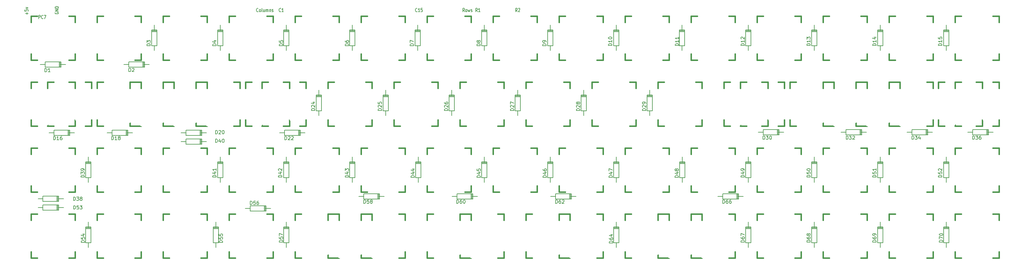
<source format=gto>
G04 #@! TF.FileFunction,Legend,Top*
%FSLAX46Y46*%
G04 Gerber Fmt 4.6, Leading zero omitted, Abs format (unit mm)*
G04 Created by KiCad (PCBNEW 4.0.3-stable) date Thursday, September 01, 2016 'PMt' 01:02:08 PM*
%MOMM*%
%LPD*%
G01*
G04 APERTURE LIST*
%ADD10C,0.150000*%
%ADD11C,0.200000*%
%ADD12C,0.381000*%
%ADD13C,2.099260*%
%ADD14R,2.099260X2.099260*%
%ADD15C,4.387810*%
%ADD16C,2.900000*%
%ADD17C,1.299160*%
%ADD18R,2.127200X2.432000*%
%ADD19O,2.127200X2.432000*%
G04 APERTURE END LIST*
D10*
D11*
X38750000Y-21109523D02*
X38702381Y-21185714D01*
X38702381Y-21299999D01*
X38750000Y-21414285D01*
X38845238Y-21490476D01*
X38940476Y-21528571D01*
X39130952Y-21566666D01*
X39273810Y-21566666D01*
X39464286Y-21528571D01*
X39559524Y-21490476D01*
X39654762Y-21414285D01*
X39702381Y-21299999D01*
X39702381Y-21223809D01*
X39654762Y-21109523D01*
X39607143Y-21071428D01*
X39273810Y-21071428D01*
X39273810Y-21223809D01*
X39702381Y-20728571D02*
X38702381Y-20728571D01*
X39702381Y-20271428D01*
X38702381Y-20271428D01*
X39702381Y-19890476D02*
X38702381Y-19890476D01*
X38702381Y-19700000D01*
X38750000Y-19585714D01*
X38845238Y-19509523D01*
X38940476Y-19471428D01*
X39130952Y-19433333D01*
X39273810Y-19433333D01*
X39464286Y-19471428D01*
X39559524Y-19509523D01*
X39654762Y-19585714D01*
X39702381Y-19700000D01*
X39702381Y-19890476D01*
X34009524Y-22952381D02*
X34009524Y-21952381D01*
X34314286Y-21952381D01*
X34390477Y-22000000D01*
X34428572Y-22047619D01*
X34466667Y-22142857D01*
X34466667Y-22285714D01*
X34428572Y-22380952D01*
X34390477Y-22428571D01*
X34314286Y-22476190D01*
X34009524Y-22476190D01*
X35266667Y-22857143D02*
X35228572Y-22904762D01*
X35114286Y-22952381D01*
X35038096Y-22952381D01*
X34923810Y-22904762D01*
X34847619Y-22809524D01*
X34809524Y-22714286D01*
X34771429Y-22523810D01*
X34771429Y-22380952D01*
X34809524Y-22190476D01*
X34847619Y-22095238D01*
X34923810Y-22000000D01*
X35038096Y-21952381D01*
X35114286Y-21952381D01*
X35228572Y-22000000D01*
X35266667Y-22047619D01*
X35533334Y-21952381D02*
X36066667Y-21952381D01*
X35723810Y-22952381D01*
X156892857Y-20952381D02*
X156626190Y-20476190D01*
X156435714Y-20952381D02*
X156435714Y-19952381D01*
X156740476Y-19952381D01*
X156816667Y-20000000D01*
X156854762Y-20047619D01*
X156892857Y-20142857D01*
X156892857Y-20285714D01*
X156854762Y-20380952D01*
X156816667Y-20428571D01*
X156740476Y-20476190D01*
X156435714Y-20476190D01*
X157350000Y-20952381D02*
X157273809Y-20904762D01*
X157235714Y-20857143D01*
X157197619Y-20761905D01*
X157197619Y-20476190D01*
X157235714Y-20380952D01*
X157273809Y-20333333D01*
X157350000Y-20285714D01*
X157464286Y-20285714D01*
X157540476Y-20333333D01*
X157578571Y-20380952D01*
X157616667Y-20476190D01*
X157616667Y-20761905D01*
X157578571Y-20857143D01*
X157540476Y-20904762D01*
X157464286Y-20952381D01*
X157350000Y-20952381D01*
X157883334Y-20285714D02*
X158035715Y-20952381D01*
X158188096Y-20476190D01*
X158340477Y-20952381D01*
X158492858Y-20285714D01*
X158759524Y-20904762D02*
X158835714Y-20952381D01*
X158988095Y-20952381D01*
X159064286Y-20904762D01*
X159102381Y-20809524D01*
X159102381Y-20761905D01*
X159064286Y-20666667D01*
X158988095Y-20619048D01*
X158873810Y-20619048D01*
X158797619Y-20571429D01*
X158759524Y-20476190D01*
X158759524Y-20428571D01*
X158797619Y-20333333D01*
X158873810Y-20285714D01*
X158988095Y-20285714D01*
X159064286Y-20333333D01*
X172116667Y-20952381D02*
X171850000Y-20476190D01*
X171659524Y-20952381D02*
X171659524Y-19952381D01*
X171964286Y-19952381D01*
X172040477Y-20000000D01*
X172078572Y-20047619D01*
X172116667Y-20142857D01*
X172116667Y-20285714D01*
X172078572Y-20380952D01*
X172040477Y-20428571D01*
X171964286Y-20476190D01*
X171659524Y-20476190D01*
X172421429Y-20047619D02*
X172459524Y-20000000D01*
X172535715Y-19952381D01*
X172726191Y-19952381D01*
X172802381Y-20000000D01*
X172840477Y-20047619D01*
X172878572Y-20142857D01*
X172878572Y-20238095D01*
X172840477Y-20380952D01*
X172383334Y-20952381D01*
X172878572Y-20952381D01*
X160616667Y-20952381D02*
X160350000Y-20476190D01*
X160159524Y-20952381D02*
X160159524Y-19952381D01*
X160464286Y-19952381D01*
X160540477Y-20000000D01*
X160578572Y-20047619D01*
X160616667Y-20142857D01*
X160616667Y-20285714D01*
X160578572Y-20380952D01*
X160540477Y-20428571D01*
X160464286Y-20476190D01*
X160159524Y-20476190D01*
X161378572Y-20952381D02*
X160921429Y-20952381D01*
X161150000Y-20952381D02*
X161150000Y-19952381D01*
X161073810Y-20095238D01*
X160997619Y-20190476D01*
X160921429Y-20238095D01*
X143235714Y-20857143D02*
X143197619Y-20904762D01*
X143083333Y-20952381D01*
X143007143Y-20952381D01*
X142892857Y-20904762D01*
X142816666Y-20809524D01*
X142778571Y-20714286D01*
X142740476Y-20523810D01*
X142740476Y-20380952D01*
X142778571Y-20190476D01*
X142816666Y-20095238D01*
X142892857Y-20000000D01*
X143007143Y-19952381D01*
X143083333Y-19952381D01*
X143197619Y-20000000D01*
X143235714Y-20047619D01*
X143997619Y-20952381D02*
X143540476Y-20952381D01*
X143769047Y-20952381D02*
X143769047Y-19952381D01*
X143692857Y-20095238D01*
X143616666Y-20190476D01*
X143540476Y-20238095D01*
X144721429Y-19952381D02*
X144340476Y-19952381D01*
X144302381Y-20428571D01*
X144340476Y-20380952D01*
X144416667Y-20333333D01*
X144607143Y-20333333D01*
X144683333Y-20380952D01*
X144721429Y-20428571D01*
X144759524Y-20523810D01*
X144759524Y-20761905D01*
X144721429Y-20857143D01*
X144683333Y-20904762D01*
X144607143Y-20952381D01*
X144416667Y-20952381D01*
X144340476Y-20904762D01*
X144302381Y-20857143D01*
X103866667Y-20857143D02*
X103828572Y-20904762D01*
X103714286Y-20952381D01*
X103638096Y-20952381D01*
X103523810Y-20904762D01*
X103447619Y-20809524D01*
X103409524Y-20714286D01*
X103371429Y-20523810D01*
X103371429Y-20380952D01*
X103409524Y-20190476D01*
X103447619Y-20095238D01*
X103523810Y-20000000D01*
X103638096Y-19952381D01*
X103714286Y-19952381D01*
X103828572Y-20000000D01*
X103866667Y-20047619D01*
X104628572Y-20952381D02*
X104171429Y-20952381D01*
X104400000Y-20952381D02*
X104400000Y-19952381D01*
X104323810Y-20095238D01*
X104247619Y-20190476D01*
X104171429Y-20238095D01*
X97345237Y-20857143D02*
X97307142Y-20904762D01*
X97192856Y-20952381D01*
X97116666Y-20952381D01*
X97002380Y-20904762D01*
X96926189Y-20809524D01*
X96888094Y-20714286D01*
X96849999Y-20523810D01*
X96849999Y-20380952D01*
X96888094Y-20190476D01*
X96926189Y-20095238D01*
X97002380Y-20000000D01*
X97116666Y-19952381D01*
X97192856Y-19952381D01*
X97307142Y-20000000D01*
X97345237Y-20047619D01*
X97802380Y-20952381D02*
X97726189Y-20904762D01*
X97688094Y-20857143D01*
X97649999Y-20761905D01*
X97649999Y-20476190D01*
X97688094Y-20380952D01*
X97726189Y-20333333D01*
X97802380Y-20285714D01*
X97916666Y-20285714D01*
X97992856Y-20333333D01*
X98030951Y-20380952D01*
X98069047Y-20476190D01*
X98069047Y-20761905D01*
X98030951Y-20857143D01*
X97992856Y-20904762D01*
X97916666Y-20952381D01*
X97802380Y-20952381D01*
X98526190Y-20952381D02*
X98449999Y-20904762D01*
X98411904Y-20809524D01*
X98411904Y-19952381D01*
X99173809Y-20285714D02*
X99173809Y-20952381D01*
X98830952Y-20285714D02*
X98830952Y-20809524D01*
X98869047Y-20904762D01*
X98945238Y-20952381D01*
X99059524Y-20952381D01*
X99135714Y-20904762D01*
X99173809Y-20857143D01*
X99554762Y-20952381D02*
X99554762Y-20285714D01*
X99554762Y-20380952D02*
X99592857Y-20333333D01*
X99669048Y-20285714D01*
X99783334Y-20285714D01*
X99859524Y-20333333D01*
X99897619Y-20428571D01*
X99897619Y-20952381D01*
X99897619Y-20428571D02*
X99935715Y-20333333D01*
X100011905Y-20285714D01*
X100126191Y-20285714D01*
X100202381Y-20333333D01*
X100240476Y-20428571D01*
X100240476Y-20952381D01*
X100621429Y-20285714D02*
X100621429Y-20952381D01*
X100621429Y-20380952D02*
X100659524Y-20333333D01*
X100735715Y-20285714D01*
X100850001Y-20285714D01*
X100926191Y-20333333D01*
X100964286Y-20428571D01*
X100964286Y-20952381D01*
X101307144Y-20904762D02*
X101383334Y-20952381D01*
X101535715Y-20952381D01*
X101611906Y-20904762D01*
X101650001Y-20809524D01*
X101650001Y-20761905D01*
X101611906Y-20666667D01*
X101535715Y-20619048D01*
X101421430Y-20619048D01*
X101345239Y-20571429D01*
X101307144Y-20476190D01*
X101307144Y-20428571D01*
X101345239Y-20333333D01*
X101421430Y-20285714D01*
X101535715Y-20285714D01*
X101611906Y-20333333D01*
X30571429Y-21740476D02*
X30571429Y-21130952D01*
X30952381Y-21435714D02*
X30190476Y-21435714D01*
X29952381Y-20369047D02*
X29952381Y-20750000D01*
X30428571Y-20788095D01*
X30380952Y-20750000D01*
X30333333Y-20673809D01*
X30333333Y-20483333D01*
X30380952Y-20407143D01*
X30428571Y-20369047D01*
X30523810Y-20330952D01*
X30761905Y-20330952D01*
X30857143Y-20369047D01*
X30904762Y-20407143D01*
X30952381Y-20483333D01*
X30952381Y-20673809D01*
X30904762Y-20750000D01*
X30857143Y-20788095D01*
X30285714Y-20064285D02*
X30952381Y-19873809D01*
X30285714Y-19683333D01*
D10*
X35814000Y-36195000D02*
X34417000Y-36195000D01*
X40259000Y-36195000D02*
X41783000Y-36195000D01*
X39878000Y-36957000D02*
X39878000Y-35433000D01*
X40132000Y-36957000D02*
X40132000Y-35433000D01*
X40386000Y-36195000D02*
X40386000Y-35433000D01*
X40386000Y-35433000D02*
X35814000Y-35433000D01*
X35814000Y-35433000D02*
X35814000Y-36957000D01*
X35814000Y-36957000D02*
X40386000Y-36957000D01*
X40386000Y-36957000D02*
X40386000Y-36195000D01*
X59944000Y-36195000D02*
X58547000Y-36195000D01*
X64389000Y-36195000D02*
X65913000Y-36195000D01*
X64008000Y-36957000D02*
X64008000Y-35433000D01*
X64262000Y-36957000D02*
X64262000Y-35433000D01*
X64516000Y-36195000D02*
X64516000Y-35433000D01*
X64516000Y-35433000D02*
X59944000Y-35433000D01*
X59944000Y-35433000D02*
X59944000Y-36957000D01*
X59944000Y-36957000D02*
X64516000Y-36957000D01*
X64516000Y-36957000D02*
X64516000Y-36195000D01*
X67315080Y-30734000D02*
X67315080Y-32131000D01*
X67315080Y-26289000D02*
X67315080Y-24765000D01*
X68077080Y-26670000D02*
X66553080Y-26670000D01*
X68077080Y-26416000D02*
X66553080Y-26416000D01*
X67315080Y-26162000D02*
X66553080Y-26162000D01*
X66553080Y-26162000D02*
X66553080Y-30734000D01*
X66553080Y-30734000D02*
X68077080Y-30734000D01*
X68077080Y-30734000D02*
X68077080Y-26162000D01*
X68077080Y-26162000D02*
X67315080Y-26162000D01*
X86365080Y-30734000D02*
X86365080Y-32131000D01*
X86365080Y-26289000D02*
X86365080Y-24765000D01*
X87127080Y-26670000D02*
X85603080Y-26670000D01*
X87127080Y-26416000D02*
X85603080Y-26416000D01*
X86365080Y-26162000D02*
X85603080Y-26162000D01*
X85603080Y-26162000D02*
X85603080Y-30734000D01*
X85603080Y-30734000D02*
X87127080Y-30734000D01*
X87127080Y-30734000D02*
X87127080Y-26162000D01*
X87127080Y-26162000D02*
X86365080Y-26162000D01*
X105410000Y-30734000D02*
X105410000Y-32131000D01*
X105410000Y-26289000D02*
X105410000Y-24765000D01*
X106172000Y-26670000D02*
X104648000Y-26670000D01*
X106172000Y-26416000D02*
X104648000Y-26416000D01*
X105410000Y-26162000D02*
X104648000Y-26162000D01*
X104648000Y-26162000D02*
X104648000Y-30734000D01*
X104648000Y-30734000D02*
X106172000Y-30734000D01*
X106172000Y-30734000D02*
X106172000Y-26162000D01*
X106172000Y-26162000D02*
X105410000Y-26162000D01*
X124460000Y-30734000D02*
X124460000Y-32131000D01*
X124460000Y-26289000D02*
X124460000Y-24765000D01*
X125222000Y-26670000D02*
X123698000Y-26670000D01*
X125222000Y-26416000D02*
X123698000Y-26416000D01*
X124460000Y-26162000D02*
X123698000Y-26162000D01*
X123698000Y-26162000D02*
X123698000Y-30734000D01*
X123698000Y-30734000D02*
X125222000Y-30734000D01*
X125222000Y-30734000D02*
X125222000Y-26162000D01*
X125222000Y-26162000D02*
X124460000Y-26162000D01*
X143397460Y-30734000D02*
X143397460Y-32131000D01*
X143397460Y-26289000D02*
X143397460Y-24765000D01*
X144159460Y-26670000D02*
X142635460Y-26670000D01*
X144159460Y-26416000D02*
X142635460Y-26416000D01*
X143397460Y-26162000D02*
X142635460Y-26162000D01*
X142635460Y-26162000D02*
X142635460Y-30734000D01*
X142635460Y-30734000D02*
X144159460Y-30734000D01*
X144159460Y-30734000D02*
X144159460Y-26162000D01*
X144159460Y-26162000D02*
X143397460Y-26162000D01*
X162560000Y-30734000D02*
X162560000Y-32131000D01*
X162560000Y-26289000D02*
X162560000Y-24765000D01*
X163322000Y-26670000D02*
X161798000Y-26670000D01*
X163322000Y-26416000D02*
X161798000Y-26416000D01*
X162560000Y-26162000D02*
X161798000Y-26162000D01*
X161798000Y-26162000D02*
X161798000Y-30734000D01*
X161798000Y-30734000D02*
X163322000Y-30734000D01*
X163322000Y-30734000D02*
X163322000Y-26162000D01*
X163322000Y-26162000D02*
X162560000Y-26162000D01*
X181610000Y-30734000D02*
X181610000Y-32131000D01*
X181610000Y-26289000D02*
X181610000Y-24765000D01*
X182372000Y-26670000D02*
X180848000Y-26670000D01*
X182372000Y-26416000D02*
X180848000Y-26416000D01*
X181610000Y-26162000D02*
X180848000Y-26162000D01*
X180848000Y-26162000D02*
X180848000Y-30734000D01*
X180848000Y-30734000D02*
X182372000Y-30734000D01*
X182372000Y-30734000D02*
X182372000Y-26162000D01*
X182372000Y-26162000D02*
X181610000Y-26162000D01*
X200660000Y-30734000D02*
X200660000Y-32131000D01*
X200660000Y-26289000D02*
X200660000Y-24765000D01*
X201422000Y-26670000D02*
X199898000Y-26670000D01*
X201422000Y-26416000D02*
X199898000Y-26416000D01*
X200660000Y-26162000D02*
X199898000Y-26162000D01*
X199898000Y-26162000D02*
X199898000Y-30734000D01*
X199898000Y-30734000D02*
X201422000Y-30734000D01*
X201422000Y-30734000D02*
X201422000Y-26162000D01*
X201422000Y-26162000D02*
X200660000Y-26162000D01*
X219704920Y-30734000D02*
X219704920Y-32131000D01*
X219704920Y-26289000D02*
X219704920Y-24765000D01*
X220466920Y-26670000D02*
X218942920Y-26670000D01*
X220466920Y-26416000D02*
X218942920Y-26416000D01*
X219704920Y-26162000D02*
X218942920Y-26162000D01*
X218942920Y-26162000D02*
X218942920Y-30734000D01*
X218942920Y-30734000D02*
X220466920Y-30734000D01*
X220466920Y-30734000D02*
X220466920Y-26162000D01*
X220466920Y-26162000D02*
X219704920Y-26162000D01*
X238760000Y-30734000D02*
X238760000Y-32131000D01*
X238760000Y-26289000D02*
X238760000Y-24765000D01*
X239522000Y-26670000D02*
X237998000Y-26670000D01*
X239522000Y-26416000D02*
X237998000Y-26416000D01*
X238760000Y-26162000D02*
X237998000Y-26162000D01*
X237998000Y-26162000D02*
X237998000Y-30734000D01*
X237998000Y-30734000D02*
X239522000Y-30734000D01*
X239522000Y-30734000D02*
X239522000Y-26162000D01*
X239522000Y-26162000D02*
X238760000Y-26162000D01*
X257810000Y-30734000D02*
X257810000Y-32131000D01*
X257810000Y-26289000D02*
X257810000Y-24765000D01*
X258572000Y-26670000D02*
X257048000Y-26670000D01*
X258572000Y-26416000D02*
X257048000Y-26416000D01*
X257810000Y-26162000D02*
X257048000Y-26162000D01*
X257048000Y-26162000D02*
X257048000Y-30734000D01*
X257048000Y-30734000D02*
X258572000Y-30734000D01*
X258572000Y-30734000D02*
X258572000Y-26162000D01*
X258572000Y-26162000D02*
X257810000Y-26162000D01*
X276860000Y-30734000D02*
X276860000Y-32131000D01*
X276860000Y-26289000D02*
X276860000Y-24765000D01*
X277622000Y-26670000D02*
X276098000Y-26670000D01*
X277622000Y-26416000D02*
X276098000Y-26416000D01*
X276860000Y-26162000D02*
X276098000Y-26162000D01*
X276098000Y-26162000D02*
X276098000Y-30734000D01*
X276098000Y-30734000D02*
X277622000Y-30734000D01*
X277622000Y-30734000D02*
X277622000Y-26162000D01*
X277622000Y-26162000D02*
X276860000Y-26162000D01*
X295910000Y-30734000D02*
X295910000Y-32131000D01*
X295910000Y-26289000D02*
X295910000Y-24765000D01*
X296672000Y-26670000D02*
X295148000Y-26670000D01*
X296672000Y-26416000D02*
X295148000Y-26416000D01*
X295910000Y-26162000D02*
X295148000Y-26162000D01*
X295148000Y-26162000D02*
X295148000Y-30734000D01*
X295148000Y-30734000D02*
X296672000Y-30734000D01*
X296672000Y-30734000D02*
X296672000Y-26162000D01*
X296672000Y-26162000D02*
X295910000Y-26162000D01*
X38354000Y-55880000D02*
X36957000Y-55880000D01*
X42799000Y-55880000D02*
X44323000Y-55880000D01*
X42418000Y-56642000D02*
X42418000Y-55118000D01*
X42672000Y-56642000D02*
X42672000Y-55118000D01*
X42926000Y-55880000D02*
X42926000Y-55118000D01*
X42926000Y-55118000D02*
X38354000Y-55118000D01*
X38354000Y-55118000D02*
X38354000Y-56642000D01*
X38354000Y-56642000D02*
X42926000Y-56642000D01*
X42926000Y-56642000D02*
X42926000Y-55880000D01*
X55118000Y-55880000D02*
X53721000Y-55880000D01*
X59563000Y-55880000D02*
X61087000Y-55880000D01*
X59182000Y-56642000D02*
X59182000Y-55118000D01*
X59436000Y-56642000D02*
X59436000Y-55118000D01*
X59690000Y-55880000D02*
X59690000Y-55118000D01*
X59690000Y-55118000D02*
X55118000Y-55118000D01*
X55118000Y-55118000D02*
X55118000Y-56642000D01*
X55118000Y-56642000D02*
X59690000Y-56642000D01*
X59690000Y-56642000D02*
X59690000Y-55880000D01*
X76454000Y-55880000D02*
X75057000Y-55880000D01*
X80899000Y-55880000D02*
X82423000Y-55880000D01*
X80518000Y-56642000D02*
X80518000Y-55118000D01*
X80772000Y-56642000D02*
X80772000Y-55118000D01*
X81026000Y-55880000D02*
X81026000Y-55118000D01*
X81026000Y-55118000D02*
X76454000Y-55118000D01*
X76454000Y-55118000D02*
X76454000Y-56642000D01*
X76454000Y-56642000D02*
X81026000Y-56642000D01*
X81026000Y-56642000D02*
X81026000Y-55880000D01*
X104902000Y-55880000D02*
X103505000Y-55880000D01*
X109347000Y-55880000D02*
X110871000Y-55880000D01*
X108966000Y-56642000D02*
X108966000Y-55118000D01*
X109220000Y-56642000D02*
X109220000Y-55118000D01*
X109474000Y-55880000D02*
X109474000Y-55118000D01*
X109474000Y-55118000D02*
X104902000Y-55118000D01*
X104902000Y-55118000D02*
X104902000Y-56642000D01*
X104902000Y-56642000D02*
X109474000Y-56642000D01*
X109474000Y-56642000D02*
X109474000Y-55880000D01*
X114808000Y-49530000D02*
X114808000Y-50927000D01*
X114808000Y-45085000D02*
X114808000Y-43561000D01*
X115570000Y-45466000D02*
X114046000Y-45466000D01*
X115570000Y-45212000D02*
X114046000Y-45212000D01*
X114808000Y-44958000D02*
X114046000Y-44958000D01*
X114046000Y-44958000D02*
X114046000Y-49530000D01*
X114046000Y-49530000D02*
X115570000Y-49530000D01*
X115570000Y-49530000D02*
X115570000Y-44958000D01*
X115570000Y-44958000D02*
X114808000Y-44958000D01*
X134112000Y-49530000D02*
X134112000Y-50927000D01*
X134112000Y-45085000D02*
X134112000Y-43561000D01*
X134874000Y-45466000D02*
X133350000Y-45466000D01*
X134874000Y-45212000D02*
X133350000Y-45212000D01*
X134112000Y-44958000D02*
X133350000Y-44958000D01*
X133350000Y-44958000D02*
X133350000Y-49530000D01*
X133350000Y-49530000D02*
X134874000Y-49530000D01*
X134874000Y-49530000D02*
X134874000Y-44958000D01*
X134874000Y-44958000D02*
X134112000Y-44958000D01*
X153162000Y-49530000D02*
X153162000Y-50927000D01*
X153162000Y-45085000D02*
X153162000Y-43561000D01*
X153924000Y-45466000D02*
X152400000Y-45466000D01*
X153924000Y-45212000D02*
X152400000Y-45212000D01*
X153162000Y-44958000D02*
X152400000Y-44958000D01*
X152400000Y-44958000D02*
X152400000Y-49530000D01*
X152400000Y-49530000D02*
X153924000Y-49530000D01*
X153924000Y-49530000D02*
X153924000Y-44958000D01*
X153924000Y-44958000D02*
X153162000Y-44958000D01*
X172212000Y-49530000D02*
X172212000Y-50927000D01*
X172212000Y-45085000D02*
X172212000Y-43561000D01*
X172974000Y-45466000D02*
X171450000Y-45466000D01*
X172974000Y-45212000D02*
X171450000Y-45212000D01*
X172212000Y-44958000D02*
X171450000Y-44958000D01*
X171450000Y-44958000D02*
X171450000Y-49530000D01*
X171450000Y-49530000D02*
X172974000Y-49530000D01*
X172974000Y-49530000D02*
X172974000Y-44958000D01*
X172974000Y-44958000D02*
X172212000Y-44958000D01*
X191262000Y-49530000D02*
X191262000Y-50927000D01*
X191262000Y-45085000D02*
X191262000Y-43561000D01*
X192024000Y-45466000D02*
X190500000Y-45466000D01*
X192024000Y-45212000D02*
X190500000Y-45212000D01*
X191262000Y-44958000D02*
X190500000Y-44958000D01*
X190500000Y-44958000D02*
X190500000Y-49530000D01*
X190500000Y-49530000D02*
X192024000Y-49530000D01*
X192024000Y-49530000D02*
X192024000Y-44958000D01*
X192024000Y-44958000D02*
X191262000Y-44958000D01*
X210312000Y-49530000D02*
X210312000Y-50927000D01*
X210312000Y-45085000D02*
X210312000Y-43561000D01*
X211074000Y-45466000D02*
X209550000Y-45466000D01*
X211074000Y-45212000D02*
X209550000Y-45212000D01*
X210312000Y-44958000D02*
X209550000Y-44958000D01*
X209550000Y-44958000D02*
X209550000Y-49530000D01*
X209550000Y-49530000D02*
X211074000Y-49530000D01*
X211074000Y-49530000D02*
X211074000Y-44958000D01*
X211074000Y-44958000D02*
X210312000Y-44958000D01*
X243077480Y-55755540D02*
X241680480Y-55755540D01*
X247522480Y-55755540D02*
X249046480Y-55755540D01*
X247141480Y-56517540D02*
X247141480Y-54993540D01*
X247395480Y-56517540D02*
X247395480Y-54993540D01*
X247649480Y-55755540D02*
X247649480Y-54993540D01*
X247649480Y-54993540D02*
X243077480Y-54993540D01*
X243077480Y-54993540D02*
X243077480Y-56517540D01*
X243077480Y-56517540D02*
X247649480Y-56517540D01*
X247649480Y-56517540D02*
X247649480Y-55755540D01*
X266953480Y-55755540D02*
X265556480Y-55755540D01*
X271398480Y-55755540D02*
X272922480Y-55755540D01*
X271017480Y-56517540D02*
X271017480Y-54993540D01*
X271271480Y-56517540D02*
X271271480Y-54993540D01*
X271525480Y-55755540D02*
X271525480Y-54993540D01*
X271525480Y-54993540D02*
X266953480Y-54993540D01*
X266953480Y-54993540D02*
X266953480Y-56517540D01*
X266953480Y-56517540D02*
X271525480Y-56517540D01*
X271525480Y-56517540D02*
X271525480Y-55755540D01*
X286004000Y-55753000D02*
X284607000Y-55753000D01*
X290449000Y-55753000D02*
X291973000Y-55753000D01*
X290068000Y-56515000D02*
X290068000Y-54991000D01*
X290322000Y-56515000D02*
X290322000Y-54991000D01*
X290576000Y-55753000D02*
X290576000Y-54991000D01*
X290576000Y-54991000D02*
X286004000Y-54991000D01*
X286004000Y-54991000D02*
X286004000Y-56515000D01*
X286004000Y-56515000D02*
X290576000Y-56515000D01*
X290576000Y-56515000D02*
X290576000Y-55753000D01*
X303530000Y-55753000D02*
X302133000Y-55753000D01*
X307975000Y-55753000D02*
X309499000Y-55753000D01*
X307594000Y-56515000D02*
X307594000Y-54991000D01*
X307848000Y-56515000D02*
X307848000Y-54991000D01*
X308102000Y-55753000D02*
X308102000Y-54991000D01*
X308102000Y-54991000D02*
X303530000Y-54991000D01*
X303530000Y-54991000D02*
X303530000Y-56515000D01*
X303530000Y-56515000D02*
X308102000Y-56515000D01*
X308102000Y-56515000D02*
X308102000Y-55753000D01*
X35179000Y-74930000D02*
X33782000Y-74930000D01*
X39624000Y-74930000D02*
X41148000Y-74930000D01*
X39243000Y-75692000D02*
X39243000Y-74168000D01*
X39497000Y-75692000D02*
X39497000Y-74168000D01*
X39751000Y-74930000D02*
X39751000Y-74168000D01*
X39751000Y-74168000D02*
X35179000Y-74168000D01*
X35179000Y-74168000D02*
X35179000Y-75692000D01*
X35179000Y-75692000D02*
X39751000Y-75692000D01*
X39751000Y-75692000D02*
X39751000Y-74930000D01*
X48260000Y-68834000D02*
X48260000Y-70231000D01*
X48260000Y-64389000D02*
X48260000Y-62865000D01*
X49022000Y-64770000D02*
X47498000Y-64770000D01*
X49022000Y-64516000D02*
X47498000Y-64516000D01*
X48260000Y-64262000D02*
X47498000Y-64262000D01*
X47498000Y-64262000D02*
X47498000Y-68834000D01*
X47498000Y-68834000D02*
X49022000Y-68834000D01*
X49022000Y-68834000D02*
X49022000Y-64262000D01*
X49022000Y-64262000D02*
X48260000Y-64262000D01*
X76454000Y-58420000D02*
X75057000Y-58420000D01*
X80899000Y-58420000D02*
X82423000Y-58420000D01*
X80518000Y-59182000D02*
X80518000Y-57658000D01*
X80772000Y-59182000D02*
X80772000Y-57658000D01*
X81026000Y-58420000D02*
X81026000Y-57658000D01*
X81026000Y-57658000D02*
X76454000Y-57658000D01*
X76454000Y-57658000D02*
X76454000Y-59182000D01*
X76454000Y-59182000D02*
X81026000Y-59182000D01*
X81026000Y-59182000D02*
X81026000Y-58420000D01*
X86365080Y-68834520D02*
X86365080Y-70231520D01*
X86365080Y-64389520D02*
X86365080Y-62865520D01*
X87127080Y-64770520D02*
X85603080Y-64770520D01*
X87127080Y-64516520D02*
X85603080Y-64516520D01*
X86365080Y-64262520D02*
X85603080Y-64262520D01*
X85603080Y-64262520D02*
X85603080Y-68834520D01*
X85603080Y-68834520D02*
X87127080Y-68834520D01*
X87127080Y-68834520D02*
X87127080Y-64262520D01*
X87127080Y-64262520D02*
X86365080Y-64262520D01*
X105410000Y-68834000D02*
X105410000Y-70231000D01*
X105410000Y-64389000D02*
X105410000Y-62865000D01*
X106172000Y-64770000D02*
X104648000Y-64770000D01*
X106172000Y-64516000D02*
X104648000Y-64516000D01*
X105410000Y-64262000D02*
X104648000Y-64262000D01*
X104648000Y-64262000D02*
X104648000Y-68834000D01*
X104648000Y-68834000D02*
X106172000Y-68834000D01*
X106172000Y-68834000D02*
X106172000Y-64262000D01*
X106172000Y-64262000D02*
X105410000Y-64262000D01*
X124460000Y-68834000D02*
X124460000Y-70231000D01*
X124460000Y-64389000D02*
X124460000Y-62865000D01*
X125222000Y-64770000D02*
X123698000Y-64770000D01*
X125222000Y-64516000D02*
X123698000Y-64516000D01*
X124460000Y-64262000D02*
X123698000Y-64262000D01*
X123698000Y-64262000D02*
X123698000Y-68834000D01*
X123698000Y-68834000D02*
X125222000Y-68834000D01*
X125222000Y-68834000D02*
X125222000Y-64262000D01*
X125222000Y-64262000D02*
X124460000Y-64262000D01*
X143510000Y-68834000D02*
X143510000Y-70231000D01*
X143510000Y-64389000D02*
X143510000Y-62865000D01*
X144272000Y-64770000D02*
X142748000Y-64770000D01*
X144272000Y-64516000D02*
X142748000Y-64516000D01*
X143510000Y-64262000D02*
X142748000Y-64262000D01*
X142748000Y-64262000D02*
X142748000Y-68834000D01*
X142748000Y-68834000D02*
X144272000Y-68834000D01*
X144272000Y-68834000D02*
X144272000Y-64262000D01*
X144272000Y-64262000D02*
X143510000Y-64262000D01*
X162560000Y-68834000D02*
X162560000Y-70231000D01*
X162560000Y-64389000D02*
X162560000Y-62865000D01*
X163322000Y-64770000D02*
X161798000Y-64770000D01*
X163322000Y-64516000D02*
X161798000Y-64516000D01*
X162560000Y-64262000D02*
X161798000Y-64262000D01*
X161798000Y-64262000D02*
X161798000Y-68834000D01*
X161798000Y-68834000D02*
X163322000Y-68834000D01*
X163322000Y-68834000D02*
X163322000Y-64262000D01*
X163322000Y-64262000D02*
X162560000Y-64262000D01*
X181610000Y-68834000D02*
X181610000Y-70231000D01*
X181610000Y-64389000D02*
X181610000Y-62865000D01*
X182372000Y-64770000D02*
X180848000Y-64770000D01*
X182372000Y-64516000D02*
X180848000Y-64516000D01*
X181610000Y-64262000D02*
X180848000Y-64262000D01*
X180848000Y-64262000D02*
X180848000Y-68834000D01*
X180848000Y-68834000D02*
X182372000Y-68834000D01*
X182372000Y-68834000D02*
X182372000Y-64262000D01*
X182372000Y-64262000D02*
X181610000Y-64262000D01*
X200660000Y-68834000D02*
X200660000Y-70231000D01*
X200660000Y-64389000D02*
X200660000Y-62865000D01*
X201422000Y-64770000D02*
X199898000Y-64770000D01*
X201422000Y-64516000D02*
X199898000Y-64516000D01*
X200660000Y-64262000D02*
X199898000Y-64262000D01*
X199898000Y-64262000D02*
X199898000Y-68834000D01*
X199898000Y-68834000D02*
X201422000Y-68834000D01*
X201422000Y-68834000D02*
X201422000Y-64262000D01*
X201422000Y-64262000D02*
X200660000Y-64262000D01*
X219710000Y-68834000D02*
X219710000Y-70231000D01*
X219710000Y-64389000D02*
X219710000Y-62865000D01*
X220472000Y-64770000D02*
X218948000Y-64770000D01*
X220472000Y-64516000D02*
X218948000Y-64516000D01*
X219710000Y-64262000D02*
X218948000Y-64262000D01*
X218948000Y-64262000D02*
X218948000Y-68834000D01*
X218948000Y-68834000D02*
X220472000Y-68834000D01*
X220472000Y-68834000D02*
X220472000Y-64262000D01*
X220472000Y-64262000D02*
X219710000Y-64262000D01*
X238760000Y-68834000D02*
X238760000Y-70231000D01*
X238760000Y-64389000D02*
X238760000Y-62865000D01*
X239522000Y-64770000D02*
X237998000Y-64770000D01*
X239522000Y-64516000D02*
X237998000Y-64516000D01*
X238760000Y-64262000D02*
X237998000Y-64262000D01*
X237998000Y-64262000D02*
X237998000Y-68834000D01*
X237998000Y-68834000D02*
X239522000Y-68834000D01*
X239522000Y-68834000D02*
X239522000Y-64262000D01*
X239522000Y-64262000D02*
X238760000Y-64262000D01*
X257812540Y-68834000D02*
X257812540Y-70231000D01*
X257812540Y-64389000D02*
X257812540Y-62865000D01*
X258574540Y-64770000D02*
X257050540Y-64770000D01*
X258574540Y-64516000D02*
X257050540Y-64516000D01*
X257812540Y-64262000D02*
X257050540Y-64262000D01*
X257050540Y-64262000D02*
X257050540Y-68834000D01*
X257050540Y-68834000D02*
X258574540Y-68834000D01*
X258574540Y-68834000D02*
X258574540Y-64262000D01*
X258574540Y-64262000D02*
X257812540Y-64262000D01*
X276860000Y-68834000D02*
X276860000Y-70231000D01*
X276860000Y-64389000D02*
X276860000Y-62865000D01*
X277622000Y-64770000D02*
X276098000Y-64770000D01*
X277622000Y-64516000D02*
X276098000Y-64516000D01*
X276860000Y-64262000D02*
X276098000Y-64262000D01*
X276098000Y-64262000D02*
X276098000Y-68834000D01*
X276098000Y-68834000D02*
X277622000Y-68834000D01*
X277622000Y-68834000D02*
X277622000Y-64262000D01*
X277622000Y-64262000D02*
X276860000Y-64262000D01*
X295910000Y-68834000D02*
X295910000Y-70231000D01*
X295910000Y-64389000D02*
X295910000Y-62865000D01*
X296672000Y-64770000D02*
X295148000Y-64770000D01*
X296672000Y-64516000D02*
X295148000Y-64516000D01*
X295910000Y-64262000D02*
X295148000Y-64262000D01*
X295148000Y-64262000D02*
X295148000Y-68834000D01*
X295148000Y-68834000D02*
X296672000Y-68834000D01*
X296672000Y-68834000D02*
X296672000Y-64262000D01*
X296672000Y-64262000D02*
X295910000Y-64262000D01*
X35179000Y-77470000D02*
X33782000Y-77470000D01*
X39624000Y-77470000D02*
X41148000Y-77470000D01*
X39243000Y-78232000D02*
X39243000Y-76708000D01*
X39497000Y-78232000D02*
X39497000Y-76708000D01*
X39751000Y-77470000D02*
X39751000Y-76708000D01*
X39751000Y-76708000D02*
X35179000Y-76708000D01*
X35179000Y-76708000D02*
X35179000Y-78232000D01*
X35179000Y-78232000D02*
X39751000Y-78232000D01*
X39751000Y-78232000D02*
X39751000Y-77470000D01*
X48260000Y-87630000D02*
X48260000Y-89027000D01*
X48260000Y-83185000D02*
X48260000Y-81661000D01*
X49022000Y-83566000D02*
X47498000Y-83566000D01*
X49022000Y-83312000D02*
X47498000Y-83312000D01*
X48260000Y-83058000D02*
X47498000Y-83058000D01*
X47498000Y-83058000D02*
X47498000Y-87630000D01*
X47498000Y-87630000D02*
X49022000Y-87630000D01*
X49022000Y-87630000D02*
X49022000Y-83058000D01*
X49022000Y-83058000D02*
X48260000Y-83058000D01*
X85095080Y-87630520D02*
X85095080Y-89027520D01*
X85095080Y-83185520D02*
X85095080Y-81661520D01*
X85857080Y-83566520D02*
X84333080Y-83566520D01*
X85857080Y-83312520D02*
X84333080Y-83312520D01*
X85095080Y-83058520D02*
X84333080Y-83058520D01*
X84333080Y-83058520D02*
X84333080Y-87630520D01*
X84333080Y-87630520D02*
X85857080Y-87630520D01*
X85857080Y-87630520D02*
X85857080Y-83058520D01*
X85857080Y-83058520D02*
X85095080Y-83058520D01*
X94996000Y-77724000D02*
X93599000Y-77724000D01*
X99441000Y-77724000D02*
X100965000Y-77724000D01*
X99060000Y-78486000D02*
X99060000Y-76962000D01*
X99314000Y-78486000D02*
X99314000Y-76962000D01*
X99568000Y-77724000D02*
X99568000Y-76962000D01*
X99568000Y-76962000D02*
X94996000Y-76962000D01*
X94996000Y-76962000D02*
X94996000Y-78486000D01*
X94996000Y-78486000D02*
X99568000Y-78486000D01*
X99568000Y-78486000D02*
X99568000Y-77724000D01*
X105410000Y-87630000D02*
X105410000Y-89027000D01*
X105410000Y-83185000D02*
X105410000Y-81661000D01*
X106172000Y-83566000D02*
X104648000Y-83566000D01*
X106172000Y-83312000D02*
X104648000Y-83312000D01*
X105410000Y-83058000D02*
X104648000Y-83058000D01*
X104648000Y-83058000D02*
X104648000Y-87630000D01*
X104648000Y-87630000D02*
X106172000Y-87630000D01*
X106172000Y-87630000D02*
X106172000Y-83058000D01*
X106172000Y-83058000D02*
X105410000Y-83058000D01*
D12*
X311150000Y-92075000D02*
X309372000Y-92075000D01*
X300228000Y-92075000D02*
X298450000Y-92075000D01*
X298450000Y-92075000D02*
X298450000Y-90297000D01*
X298450000Y-81153000D02*
X298450000Y-79375000D01*
X298450000Y-79375000D02*
X300228000Y-79375000D01*
X309372000Y-79375000D02*
X311150000Y-79375000D01*
X311150000Y-79375000D02*
X311150000Y-81153000D01*
X311150000Y-90297000D02*
X311150000Y-92075000D01*
X292100000Y-92075000D02*
X290322000Y-92075000D01*
X281178000Y-92075000D02*
X279400000Y-92075000D01*
X279400000Y-92075000D02*
X279400000Y-90297000D01*
X279400000Y-81153000D02*
X279400000Y-79375000D01*
X279400000Y-79375000D02*
X281178000Y-79375000D01*
X290322000Y-79375000D02*
X292100000Y-79375000D01*
X292100000Y-79375000D02*
X292100000Y-81153000D01*
X292100000Y-90297000D02*
X292100000Y-92075000D01*
X273050000Y-92075000D02*
X271272000Y-92075000D01*
X262128000Y-92075000D02*
X260350000Y-92075000D01*
X260350000Y-92075000D02*
X260350000Y-90297000D01*
X260350000Y-81153000D02*
X260350000Y-79375000D01*
X260350000Y-79375000D02*
X262128000Y-79375000D01*
X271272000Y-79375000D02*
X273050000Y-79375000D01*
X273050000Y-79375000D02*
X273050000Y-81153000D01*
X273050000Y-90297000D02*
X273050000Y-92075000D01*
X254000000Y-92075000D02*
X252222000Y-92075000D01*
X243078000Y-92075000D02*
X241300000Y-92075000D01*
X241300000Y-92075000D02*
X241300000Y-90297000D01*
X241300000Y-81153000D02*
X241300000Y-79375000D01*
X241300000Y-79375000D02*
X243078000Y-79375000D01*
X252222000Y-79375000D02*
X254000000Y-79375000D01*
X254000000Y-79375000D02*
X254000000Y-81153000D01*
X254000000Y-90297000D02*
X254000000Y-92075000D01*
X234950000Y-92075000D02*
X233172000Y-92075000D01*
X224028000Y-92075000D02*
X222250000Y-92075000D01*
X222250000Y-92075000D02*
X222250000Y-90297000D01*
X222250000Y-81153000D02*
X222250000Y-79375000D01*
X222250000Y-79375000D02*
X224028000Y-79375000D01*
X233172000Y-79375000D02*
X234950000Y-79375000D01*
X234950000Y-79375000D02*
X234950000Y-81153000D01*
X234950000Y-90297000D02*
X234950000Y-92075000D01*
X215900000Y-92075000D02*
X214122000Y-92075000D01*
X204978000Y-92075000D02*
X203200000Y-92075000D01*
X203200000Y-92075000D02*
X203200000Y-90297000D01*
X203200000Y-81153000D02*
X203200000Y-79375000D01*
X203200000Y-79375000D02*
X204978000Y-79375000D01*
X214122000Y-79375000D02*
X215900000Y-79375000D01*
X215900000Y-79375000D02*
X215900000Y-81153000D01*
X215900000Y-90297000D02*
X215900000Y-92075000D01*
X196850000Y-92075000D02*
X195072000Y-92075000D01*
X185928000Y-92075000D02*
X184150000Y-92075000D01*
X184150000Y-92075000D02*
X184150000Y-90297000D01*
X184150000Y-81153000D02*
X184150000Y-79375000D01*
X184150000Y-79375000D02*
X185928000Y-79375000D01*
X195072000Y-79375000D02*
X196850000Y-79375000D01*
X196850000Y-79375000D02*
X196850000Y-81153000D01*
X196850000Y-90297000D02*
X196850000Y-92075000D01*
X168275000Y-92075000D02*
X166497000Y-92075000D01*
X157353000Y-92075000D02*
X155575000Y-92075000D01*
X155575000Y-92075000D02*
X155575000Y-90297000D01*
X155575000Y-81153000D02*
X155575000Y-79375000D01*
X155575000Y-79375000D02*
X157353000Y-79375000D01*
X166497000Y-79375000D02*
X168275000Y-79375000D01*
X168275000Y-79375000D02*
X168275000Y-81153000D01*
X168275000Y-90297000D02*
X168275000Y-92075000D01*
X130175000Y-92075000D02*
X128397000Y-92075000D01*
X119253000Y-92075000D02*
X117475000Y-92075000D01*
X117475000Y-92075000D02*
X117475000Y-90297000D01*
X117475000Y-81153000D02*
X117475000Y-79375000D01*
X117475000Y-79375000D02*
X119253000Y-79375000D01*
X128397000Y-79375000D02*
X130175000Y-79375000D01*
X130175000Y-79375000D02*
X130175000Y-81153000D01*
X130175000Y-90297000D02*
X130175000Y-92075000D01*
X101600000Y-92075000D02*
X99822000Y-92075000D01*
X90678000Y-92075000D02*
X88900000Y-92075000D01*
X88900000Y-92075000D02*
X88900000Y-90297000D01*
X88900000Y-81153000D02*
X88900000Y-79375000D01*
X88900000Y-79375000D02*
X90678000Y-79375000D01*
X99822000Y-79375000D02*
X101600000Y-79375000D01*
X101600000Y-79375000D02*
X101600000Y-81153000D01*
X101600000Y-90297000D02*
X101600000Y-92075000D01*
X82550000Y-92075000D02*
X80772000Y-92075000D01*
X71628000Y-92075000D02*
X69850000Y-92075000D01*
X69850000Y-92075000D02*
X69850000Y-90297000D01*
X69850000Y-81153000D02*
X69850000Y-79375000D01*
X69850000Y-79375000D02*
X71628000Y-79375000D01*
X80772000Y-79375000D02*
X82550000Y-79375000D01*
X82550000Y-79375000D02*
X82550000Y-81153000D01*
X82550000Y-90297000D02*
X82550000Y-92075000D01*
X63500000Y-92075000D02*
X61722000Y-92075000D01*
X52578000Y-92075000D02*
X50800000Y-92075000D01*
X50800000Y-92075000D02*
X50800000Y-90297000D01*
X50800000Y-81153000D02*
X50800000Y-79375000D01*
X50800000Y-79375000D02*
X52578000Y-79375000D01*
X61722000Y-79375000D02*
X63500000Y-79375000D01*
X63500000Y-79375000D02*
X63500000Y-81153000D01*
X63500000Y-90297000D02*
X63500000Y-92075000D01*
X44450000Y-92075000D02*
X42672000Y-92075000D01*
X33528000Y-92075000D02*
X31750000Y-92075000D01*
X31750000Y-92075000D02*
X31750000Y-90297000D01*
X31750000Y-81153000D02*
X31750000Y-79375000D01*
X31750000Y-79375000D02*
X33528000Y-79375000D01*
X42672000Y-79375000D02*
X44450000Y-79375000D01*
X44450000Y-79375000D02*
X44450000Y-81153000D01*
X44450000Y-90297000D02*
X44450000Y-92075000D01*
X311150000Y-73025000D02*
X309372000Y-73025000D01*
X300228000Y-73025000D02*
X298450000Y-73025000D01*
X298450000Y-73025000D02*
X298450000Y-71247000D01*
X298450000Y-62103000D02*
X298450000Y-60325000D01*
X298450000Y-60325000D02*
X300228000Y-60325000D01*
X309372000Y-60325000D02*
X311150000Y-60325000D01*
X311150000Y-60325000D02*
X311150000Y-62103000D01*
X311150000Y-71247000D02*
X311150000Y-73025000D01*
X292100000Y-73025000D02*
X290322000Y-73025000D01*
X281178000Y-73025000D02*
X279400000Y-73025000D01*
X279400000Y-73025000D02*
X279400000Y-71247000D01*
X279400000Y-62103000D02*
X279400000Y-60325000D01*
X279400000Y-60325000D02*
X281178000Y-60325000D01*
X290322000Y-60325000D02*
X292100000Y-60325000D01*
X292100000Y-60325000D02*
X292100000Y-62103000D01*
X292100000Y-71247000D02*
X292100000Y-73025000D01*
X273050000Y-73025000D02*
X271272000Y-73025000D01*
X262128000Y-73025000D02*
X260350000Y-73025000D01*
X260350000Y-73025000D02*
X260350000Y-71247000D01*
X260350000Y-62103000D02*
X260350000Y-60325000D01*
X260350000Y-60325000D02*
X262128000Y-60325000D01*
X271272000Y-60325000D02*
X273050000Y-60325000D01*
X273050000Y-60325000D02*
X273050000Y-62103000D01*
X273050000Y-71247000D02*
X273050000Y-73025000D01*
X254000000Y-73025000D02*
X252222000Y-73025000D01*
X243078000Y-73025000D02*
X241300000Y-73025000D01*
X241300000Y-73025000D02*
X241300000Y-71247000D01*
X241300000Y-62103000D02*
X241300000Y-60325000D01*
X241300000Y-60325000D02*
X243078000Y-60325000D01*
X252222000Y-60325000D02*
X254000000Y-60325000D01*
X254000000Y-60325000D02*
X254000000Y-62103000D01*
X254000000Y-71247000D02*
X254000000Y-73025000D01*
X234950000Y-73025000D02*
X233172000Y-73025000D01*
X224028000Y-73025000D02*
X222250000Y-73025000D01*
X222250000Y-73025000D02*
X222250000Y-71247000D01*
X222250000Y-62103000D02*
X222250000Y-60325000D01*
X222250000Y-60325000D02*
X224028000Y-60325000D01*
X233172000Y-60325000D02*
X234950000Y-60325000D01*
X234950000Y-60325000D02*
X234950000Y-62103000D01*
X234950000Y-71247000D02*
X234950000Y-73025000D01*
X215900000Y-73025000D02*
X214122000Y-73025000D01*
X204978000Y-73025000D02*
X203200000Y-73025000D01*
X203200000Y-73025000D02*
X203200000Y-71247000D01*
X203200000Y-62103000D02*
X203200000Y-60325000D01*
X203200000Y-60325000D02*
X204978000Y-60325000D01*
X214122000Y-60325000D02*
X215900000Y-60325000D01*
X215900000Y-60325000D02*
X215900000Y-62103000D01*
X215900000Y-71247000D02*
X215900000Y-73025000D01*
X196850000Y-73025000D02*
X195072000Y-73025000D01*
X185928000Y-73025000D02*
X184150000Y-73025000D01*
X184150000Y-73025000D02*
X184150000Y-71247000D01*
X184150000Y-62103000D02*
X184150000Y-60325000D01*
X184150000Y-60325000D02*
X185928000Y-60325000D01*
X195072000Y-60325000D02*
X196850000Y-60325000D01*
X196850000Y-60325000D02*
X196850000Y-62103000D01*
X196850000Y-71247000D02*
X196850000Y-73025000D01*
X177800000Y-73025000D02*
X176022000Y-73025000D01*
X166878000Y-73025000D02*
X165100000Y-73025000D01*
X165100000Y-73025000D02*
X165100000Y-71247000D01*
X165100000Y-62103000D02*
X165100000Y-60325000D01*
X165100000Y-60325000D02*
X166878000Y-60325000D01*
X176022000Y-60325000D02*
X177800000Y-60325000D01*
X177800000Y-60325000D02*
X177800000Y-62103000D01*
X177800000Y-71247000D02*
X177800000Y-73025000D01*
X158750000Y-73025000D02*
X156972000Y-73025000D01*
X147828000Y-73025000D02*
X146050000Y-73025000D01*
X146050000Y-73025000D02*
X146050000Y-71247000D01*
X146050000Y-62103000D02*
X146050000Y-60325000D01*
X146050000Y-60325000D02*
X147828000Y-60325000D01*
X156972000Y-60325000D02*
X158750000Y-60325000D01*
X158750000Y-60325000D02*
X158750000Y-62103000D01*
X158750000Y-71247000D02*
X158750000Y-73025000D01*
X139700000Y-73025000D02*
X137922000Y-73025000D01*
X128778000Y-73025000D02*
X127000000Y-73025000D01*
X127000000Y-73025000D02*
X127000000Y-71247000D01*
X127000000Y-62103000D02*
X127000000Y-60325000D01*
X127000000Y-60325000D02*
X128778000Y-60325000D01*
X137922000Y-60325000D02*
X139700000Y-60325000D01*
X139700000Y-60325000D02*
X139700000Y-62103000D01*
X139700000Y-71247000D02*
X139700000Y-73025000D01*
X120650000Y-73025000D02*
X118872000Y-73025000D01*
X109728000Y-73025000D02*
X107950000Y-73025000D01*
X107950000Y-73025000D02*
X107950000Y-71247000D01*
X107950000Y-62103000D02*
X107950000Y-60325000D01*
X107950000Y-60325000D02*
X109728000Y-60325000D01*
X118872000Y-60325000D02*
X120650000Y-60325000D01*
X120650000Y-60325000D02*
X120650000Y-62103000D01*
X120650000Y-71247000D02*
X120650000Y-73025000D01*
X101600000Y-73025000D02*
X99822000Y-73025000D01*
X90678000Y-73025000D02*
X88900000Y-73025000D01*
X88900000Y-73025000D02*
X88900000Y-71247000D01*
X88900000Y-62103000D02*
X88900000Y-60325000D01*
X88900000Y-60325000D02*
X90678000Y-60325000D01*
X99822000Y-60325000D02*
X101600000Y-60325000D01*
X101600000Y-60325000D02*
X101600000Y-62103000D01*
X101600000Y-71247000D02*
X101600000Y-73025000D01*
X82550000Y-73025000D02*
X80772000Y-73025000D01*
X71628000Y-73025000D02*
X69850000Y-73025000D01*
X69850000Y-73025000D02*
X69850000Y-71247000D01*
X69850000Y-62103000D02*
X69850000Y-60325000D01*
X69850000Y-60325000D02*
X71628000Y-60325000D01*
X80772000Y-60325000D02*
X82550000Y-60325000D01*
X82550000Y-60325000D02*
X82550000Y-62103000D01*
X82550000Y-71247000D02*
X82550000Y-73025000D01*
X63500000Y-73025000D02*
X61722000Y-73025000D01*
X52578000Y-73025000D02*
X50800000Y-73025000D01*
X50800000Y-73025000D02*
X50800000Y-71247000D01*
X50800000Y-62103000D02*
X50800000Y-60325000D01*
X50800000Y-60325000D02*
X52578000Y-60325000D01*
X61722000Y-60325000D02*
X63500000Y-60325000D01*
X63500000Y-60325000D02*
X63500000Y-62103000D01*
X63500000Y-71247000D02*
X63500000Y-73025000D01*
X44450000Y-73025000D02*
X42672000Y-73025000D01*
X33528000Y-73025000D02*
X31750000Y-73025000D01*
X31750000Y-73025000D02*
X31750000Y-71247000D01*
X31750000Y-62103000D02*
X31750000Y-60325000D01*
X31750000Y-60325000D02*
X33528000Y-60325000D01*
X42672000Y-60325000D02*
X44450000Y-60325000D01*
X44450000Y-60325000D02*
X44450000Y-62103000D01*
X44450000Y-71247000D02*
X44450000Y-73025000D01*
X311150000Y-53975000D02*
X309372000Y-53975000D01*
X300228000Y-53975000D02*
X298450000Y-53975000D01*
X298450000Y-53975000D02*
X298450000Y-52197000D01*
X298450000Y-43053000D02*
X298450000Y-41275000D01*
X298450000Y-41275000D02*
X300228000Y-41275000D01*
X309372000Y-41275000D02*
X311150000Y-41275000D01*
X311150000Y-41275000D02*
X311150000Y-43053000D01*
X311150000Y-52197000D02*
X311150000Y-53975000D01*
X292100000Y-53975000D02*
X290322000Y-53975000D01*
X281178000Y-53975000D02*
X279400000Y-53975000D01*
X279400000Y-53975000D02*
X279400000Y-52197000D01*
X279400000Y-43053000D02*
X279400000Y-41275000D01*
X279400000Y-41275000D02*
X281178000Y-41275000D01*
X290322000Y-41275000D02*
X292100000Y-41275000D01*
X292100000Y-41275000D02*
X292100000Y-43053000D01*
X292100000Y-52197000D02*
X292100000Y-53975000D01*
X273050000Y-53975000D02*
X271272000Y-53975000D01*
X262128000Y-53975000D02*
X260350000Y-53975000D01*
X260350000Y-53975000D02*
X260350000Y-52197000D01*
X260350000Y-43053000D02*
X260350000Y-41275000D01*
X260350000Y-41275000D02*
X262128000Y-41275000D01*
X271272000Y-41275000D02*
X273050000Y-41275000D01*
X273050000Y-41275000D02*
X273050000Y-43053000D01*
X273050000Y-52197000D02*
X273050000Y-53975000D01*
X249237500Y-53975000D02*
X247459500Y-53975000D01*
X238315500Y-53975000D02*
X236537500Y-53975000D01*
X236537500Y-53975000D02*
X236537500Y-52197000D01*
X236537500Y-43053000D02*
X236537500Y-41275000D01*
X236537500Y-41275000D02*
X238315500Y-41275000D01*
X247459500Y-41275000D02*
X249237500Y-41275000D01*
X249237500Y-41275000D02*
X249237500Y-43053000D01*
X249237500Y-52197000D02*
X249237500Y-53975000D01*
X225425000Y-53975000D02*
X223647000Y-53975000D01*
X214503000Y-53975000D02*
X212725000Y-53975000D01*
X212725000Y-53975000D02*
X212725000Y-52197000D01*
X212725000Y-43053000D02*
X212725000Y-41275000D01*
X212725000Y-41275000D02*
X214503000Y-41275000D01*
X223647000Y-41275000D02*
X225425000Y-41275000D01*
X225425000Y-41275000D02*
X225425000Y-43053000D01*
X225425000Y-52197000D02*
X225425000Y-53975000D01*
X206375000Y-53975000D02*
X204597000Y-53975000D01*
X195453000Y-53975000D02*
X193675000Y-53975000D01*
X193675000Y-53975000D02*
X193675000Y-52197000D01*
X193675000Y-43053000D02*
X193675000Y-41275000D01*
X193675000Y-41275000D02*
X195453000Y-41275000D01*
X204597000Y-41275000D02*
X206375000Y-41275000D01*
X206375000Y-41275000D02*
X206375000Y-43053000D01*
X206375000Y-52197000D02*
X206375000Y-53975000D01*
X187325000Y-53975000D02*
X185547000Y-53975000D01*
X176403000Y-53975000D02*
X174625000Y-53975000D01*
X174625000Y-53975000D02*
X174625000Y-52197000D01*
X174625000Y-43053000D02*
X174625000Y-41275000D01*
X174625000Y-41275000D02*
X176403000Y-41275000D01*
X185547000Y-41275000D02*
X187325000Y-41275000D01*
X187325000Y-41275000D02*
X187325000Y-43053000D01*
X187325000Y-52197000D02*
X187325000Y-53975000D01*
X168275000Y-53975000D02*
X166497000Y-53975000D01*
X157353000Y-53975000D02*
X155575000Y-53975000D01*
X155575000Y-53975000D02*
X155575000Y-52197000D01*
X155575000Y-43053000D02*
X155575000Y-41275000D01*
X155575000Y-41275000D02*
X157353000Y-41275000D01*
X166497000Y-41275000D02*
X168275000Y-41275000D01*
X168275000Y-41275000D02*
X168275000Y-43053000D01*
X168275000Y-52197000D02*
X168275000Y-53975000D01*
X149225000Y-53975000D02*
X147447000Y-53975000D01*
X138303000Y-53975000D02*
X136525000Y-53975000D01*
X136525000Y-53975000D02*
X136525000Y-52197000D01*
X136525000Y-43053000D02*
X136525000Y-41275000D01*
X136525000Y-41275000D02*
X138303000Y-41275000D01*
X147447000Y-41275000D02*
X149225000Y-41275000D01*
X149225000Y-41275000D02*
X149225000Y-43053000D01*
X149225000Y-52197000D02*
X149225000Y-53975000D01*
X130175000Y-53975000D02*
X128397000Y-53975000D01*
X119253000Y-53975000D02*
X117475000Y-53975000D01*
X117475000Y-53975000D02*
X117475000Y-52197000D01*
X117475000Y-43053000D02*
X117475000Y-41275000D01*
X117475000Y-41275000D02*
X119253000Y-41275000D01*
X128397000Y-41275000D02*
X130175000Y-41275000D01*
X130175000Y-41275000D02*
X130175000Y-43053000D01*
X130175000Y-52197000D02*
X130175000Y-53975000D01*
X111125000Y-53975000D02*
X109347000Y-53975000D01*
X100203000Y-53975000D02*
X98425000Y-53975000D01*
X98425000Y-53975000D02*
X98425000Y-52197000D01*
X98425000Y-43053000D02*
X98425000Y-41275000D01*
X98425000Y-41275000D02*
X100203000Y-41275000D01*
X109347000Y-41275000D02*
X111125000Y-41275000D01*
X111125000Y-41275000D02*
X111125000Y-43053000D01*
X111125000Y-52197000D02*
X111125000Y-53975000D01*
X92075000Y-53975000D02*
X90297000Y-53975000D01*
X81153000Y-53975000D02*
X79375000Y-53975000D01*
X79375000Y-53975000D02*
X79375000Y-52197000D01*
X79375000Y-43053000D02*
X79375000Y-41275000D01*
X79375000Y-41275000D02*
X81153000Y-41275000D01*
X90297000Y-41275000D02*
X92075000Y-41275000D01*
X92075000Y-41275000D02*
X92075000Y-43053000D01*
X92075000Y-52197000D02*
X92075000Y-53975000D01*
X73025000Y-53975000D02*
X71247000Y-53975000D01*
X62103000Y-53975000D02*
X60325000Y-53975000D01*
X60325000Y-53975000D02*
X60325000Y-52197000D01*
X60325000Y-43053000D02*
X60325000Y-41275000D01*
X60325000Y-41275000D02*
X62103000Y-41275000D01*
X71247000Y-41275000D02*
X73025000Y-41275000D01*
X73025000Y-41275000D02*
X73025000Y-43053000D01*
X73025000Y-52197000D02*
X73025000Y-53975000D01*
X49212500Y-53975000D02*
X47434500Y-53975000D01*
X38290500Y-53975000D02*
X36512500Y-53975000D01*
X36512500Y-53975000D02*
X36512500Y-52197000D01*
X36512500Y-43053000D02*
X36512500Y-41275000D01*
X36512500Y-41275000D02*
X38290500Y-41275000D01*
X47434500Y-41275000D02*
X49212500Y-41275000D01*
X49212500Y-41275000D02*
X49212500Y-43053000D01*
X49212500Y-52197000D02*
X49212500Y-53975000D01*
X311150000Y-34925000D02*
X309372000Y-34925000D01*
X300228000Y-34925000D02*
X298450000Y-34925000D01*
X298450000Y-34925000D02*
X298450000Y-33147000D01*
X298450000Y-24003000D02*
X298450000Y-22225000D01*
X298450000Y-22225000D02*
X300228000Y-22225000D01*
X309372000Y-22225000D02*
X311150000Y-22225000D01*
X311150000Y-22225000D02*
X311150000Y-24003000D01*
X311150000Y-33147000D02*
X311150000Y-34925000D01*
X292100000Y-34925000D02*
X290322000Y-34925000D01*
X281178000Y-34925000D02*
X279400000Y-34925000D01*
X279400000Y-34925000D02*
X279400000Y-33147000D01*
X279400000Y-24003000D02*
X279400000Y-22225000D01*
X279400000Y-22225000D02*
X281178000Y-22225000D01*
X290322000Y-22225000D02*
X292100000Y-22225000D01*
X292100000Y-22225000D02*
X292100000Y-24003000D01*
X292100000Y-33147000D02*
X292100000Y-34925000D01*
X273050000Y-34925000D02*
X271272000Y-34925000D01*
X262128000Y-34925000D02*
X260350000Y-34925000D01*
X260350000Y-34925000D02*
X260350000Y-33147000D01*
X260350000Y-24003000D02*
X260350000Y-22225000D01*
X260350000Y-22225000D02*
X262128000Y-22225000D01*
X271272000Y-22225000D02*
X273050000Y-22225000D01*
X273050000Y-22225000D02*
X273050000Y-24003000D01*
X273050000Y-33147000D02*
X273050000Y-34925000D01*
X254000000Y-34925000D02*
X252222000Y-34925000D01*
X243078000Y-34925000D02*
X241300000Y-34925000D01*
X241300000Y-34925000D02*
X241300000Y-33147000D01*
X241300000Y-24003000D02*
X241300000Y-22225000D01*
X241300000Y-22225000D02*
X243078000Y-22225000D01*
X252222000Y-22225000D02*
X254000000Y-22225000D01*
X254000000Y-22225000D02*
X254000000Y-24003000D01*
X254000000Y-33147000D02*
X254000000Y-34925000D01*
X234950000Y-34925000D02*
X233172000Y-34925000D01*
X224028000Y-34925000D02*
X222250000Y-34925000D01*
X222250000Y-34925000D02*
X222250000Y-33147000D01*
X222250000Y-24003000D02*
X222250000Y-22225000D01*
X222250000Y-22225000D02*
X224028000Y-22225000D01*
X233172000Y-22225000D02*
X234950000Y-22225000D01*
X234950000Y-22225000D02*
X234950000Y-24003000D01*
X234950000Y-33147000D02*
X234950000Y-34925000D01*
X215900000Y-34925000D02*
X214122000Y-34925000D01*
X204978000Y-34925000D02*
X203200000Y-34925000D01*
X203200000Y-34925000D02*
X203200000Y-33147000D01*
X203200000Y-24003000D02*
X203200000Y-22225000D01*
X203200000Y-22225000D02*
X204978000Y-22225000D01*
X214122000Y-22225000D02*
X215900000Y-22225000D01*
X215900000Y-22225000D02*
X215900000Y-24003000D01*
X215900000Y-33147000D02*
X215900000Y-34925000D01*
X196850000Y-34925000D02*
X195072000Y-34925000D01*
X185928000Y-34925000D02*
X184150000Y-34925000D01*
X184150000Y-34925000D02*
X184150000Y-33147000D01*
X184150000Y-24003000D02*
X184150000Y-22225000D01*
X184150000Y-22225000D02*
X185928000Y-22225000D01*
X195072000Y-22225000D02*
X196850000Y-22225000D01*
X196850000Y-22225000D02*
X196850000Y-24003000D01*
X196850000Y-33147000D02*
X196850000Y-34925000D01*
X177800000Y-34925000D02*
X176022000Y-34925000D01*
X166878000Y-34925000D02*
X165100000Y-34925000D01*
X165100000Y-34925000D02*
X165100000Y-33147000D01*
X165100000Y-24003000D02*
X165100000Y-22225000D01*
X165100000Y-22225000D02*
X166878000Y-22225000D01*
X176022000Y-22225000D02*
X177800000Y-22225000D01*
X177800000Y-22225000D02*
X177800000Y-24003000D01*
X177800000Y-33147000D02*
X177800000Y-34925000D01*
X158750000Y-34925000D02*
X156972000Y-34925000D01*
X147828000Y-34925000D02*
X146050000Y-34925000D01*
X146050000Y-34925000D02*
X146050000Y-33147000D01*
X146050000Y-24003000D02*
X146050000Y-22225000D01*
X146050000Y-22225000D02*
X147828000Y-22225000D01*
X156972000Y-22225000D02*
X158750000Y-22225000D01*
X158750000Y-22225000D02*
X158750000Y-24003000D01*
X158750000Y-33147000D02*
X158750000Y-34925000D01*
X139700000Y-34925000D02*
X137922000Y-34925000D01*
X128778000Y-34925000D02*
X127000000Y-34925000D01*
X127000000Y-34925000D02*
X127000000Y-33147000D01*
X127000000Y-24003000D02*
X127000000Y-22225000D01*
X127000000Y-22225000D02*
X128778000Y-22225000D01*
X137922000Y-22225000D02*
X139700000Y-22225000D01*
X139700000Y-22225000D02*
X139700000Y-24003000D01*
X139700000Y-33147000D02*
X139700000Y-34925000D01*
X120650000Y-34925000D02*
X118872000Y-34925000D01*
X109728000Y-34925000D02*
X107950000Y-34925000D01*
X107950000Y-34925000D02*
X107950000Y-33147000D01*
X107950000Y-24003000D02*
X107950000Y-22225000D01*
X107950000Y-22225000D02*
X109728000Y-22225000D01*
X118872000Y-22225000D02*
X120650000Y-22225000D01*
X120650000Y-22225000D02*
X120650000Y-24003000D01*
X120650000Y-33147000D02*
X120650000Y-34925000D01*
X101600000Y-34925000D02*
X99822000Y-34925000D01*
X90678000Y-34925000D02*
X88900000Y-34925000D01*
X88900000Y-34925000D02*
X88900000Y-33147000D01*
X88900000Y-24003000D02*
X88900000Y-22225000D01*
X88900000Y-22225000D02*
X90678000Y-22225000D01*
X99822000Y-22225000D02*
X101600000Y-22225000D01*
X101600000Y-22225000D02*
X101600000Y-24003000D01*
X101600000Y-33147000D02*
X101600000Y-34925000D01*
X82550000Y-34925000D02*
X80772000Y-34925000D01*
X71628000Y-34925000D02*
X69850000Y-34925000D01*
X69850000Y-34925000D02*
X69850000Y-33147000D01*
X69850000Y-24003000D02*
X69850000Y-22225000D01*
X69850000Y-22225000D02*
X71628000Y-22225000D01*
X80772000Y-22225000D02*
X82550000Y-22225000D01*
X82550000Y-22225000D02*
X82550000Y-24003000D01*
X82550000Y-33147000D02*
X82550000Y-34925000D01*
X63500000Y-34925000D02*
X61722000Y-34925000D01*
X52578000Y-34925000D02*
X50800000Y-34925000D01*
X50800000Y-34925000D02*
X50800000Y-33147000D01*
X50800000Y-24003000D02*
X50800000Y-22225000D01*
X50800000Y-22225000D02*
X52578000Y-22225000D01*
X61722000Y-22225000D02*
X63500000Y-22225000D01*
X63500000Y-22225000D02*
X63500000Y-24003000D01*
X63500000Y-33147000D02*
X63500000Y-34925000D01*
X44450000Y-34925000D02*
X42672000Y-34925000D01*
X33528000Y-34925000D02*
X31750000Y-34925000D01*
X31750000Y-34925000D02*
X31750000Y-33147000D01*
X31750000Y-24003000D02*
X31750000Y-22225000D01*
X31750000Y-22225000D02*
X33528000Y-22225000D01*
X42672000Y-22225000D02*
X44450000Y-22225000D01*
X44450000Y-22225000D02*
X44450000Y-24003000D01*
X44450000Y-33147000D02*
X44450000Y-34925000D01*
X225425000Y-92075000D02*
X223647000Y-92075000D01*
X214503000Y-92075000D02*
X212725000Y-92075000D01*
X212725000Y-92075000D02*
X212725000Y-90297000D01*
X212725000Y-81153000D02*
X212725000Y-79375000D01*
X212725000Y-79375000D02*
X214503000Y-79375000D01*
X223647000Y-79375000D02*
X225425000Y-79375000D01*
X225425000Y-79375000D02*
X225425000Y-81153000D01*
X225425000Y-90297000D02*
X225425000Y-92075000D01*
X187325000Y-92075000D02*
X185547000Y-92075000D01*
X176403000Y-92075000D02*
X174625000Y-92075000D01*
X174625000Y-92075000D02*
X174625000Y-90297000D01*
X174625000Y-81153000D02*
X174625000Y-79375000D01*
X174625000Y-79375000D02*
X176403000Y-79375000D01*
X185547000Y-79375000D02*
X187325000Y-79375000D01*
X187325000Y-79375000D02*
X187325000Y-81153000D01*
X187325000Y-90297000D02*
X187325000Y-92075000D01*
X44450000Y-53975000D02*
X42672000Y-53975000D01*
X33528000Y-53975000D02*
X31750000Y-53975000D01*
X31750000Y-53975000D02*
X31750000Y-52197000D01*
X31750000Y-43053000D02*
X31750000Y-41275000D01*
X31750000Y-41275000D02*
X33528000Y-41275000D01*
X42672000Y-41275000D02*
X44450000Y-41275000D01*
X44450000Y-41275000D02*
X44450000Y-43053000D01*
X44450000Y-52197000D02*
X44450000Y-53975000D01*
X63500000Y-53975000D02*
X61722000Y-53975000D01*
X52578000Y-53975000D02*
X50800000Y-53975000D01*
X50800000Y-53975000D02*
X50800000Y-52197000D01*
X50800000Y-43053000D02*
X50800000Y-41275000D01*
X50800000Y-41275000D02*
X52578000Y-41275000D01*
X61722000Y-41275000D02*
X63500000Y-41275000D01*
X63500000Y-41275000D02*
X63500000Y-43053000D01*
X63500000Y-52197000D02*
X63500000Y-53975000D01*
X82550000Y-53975000D02*
X80772000Y-53975000D01*
X71628000Y-53975000D02*
X69850000Y-53975000D01*
X69850000Y-53975000D02*
X69850000Y-52197000D01*
X69850000Y-43053000D02*
X69850000Y-41275000D01*
X69850000Y-41275000D02*
X71628000Y-41275000D01*
X80772000Y-41275000D02*
X82550000Y-41275000D01*
X82550000Y-41275000D02*
X82550000Y-43053000D01*
X82550000Y-52197000D02*
X82550000Y-53975000D01*
X306387500Y-53975000D02*
X304609500Y-53975000D01*
X295465500Y-53975000D02*
X293687500Y-53975000D01*
X293687500Y-53975000D02*
X293687500Y-52197000D01*
X293687500Y-43053000D02*
X293687500Y-41275000D01*
X293687500Y-41275000D02*
X295465500Y-41275000D01*
X304609500Y-41275000D02*
X306387500Y-41275000D01*
X306387500Y-41275000D02*
X306387500Y-43053000D01*
X306387500Y-52197000D02*
X306387500Y-53975000D01*
X244475000Y-53975000D02*
X242697000Y-53975000D01*
X233553000Y-53975000D02*
X231775000Y-53975000D01*
X231775000Y-53975000D02*
X231775000Y-52197000D01*
X231775000Y-43053000D02*
X231775000Y-41275000D01*
X231775000Y-41275000D02*
X233553000Y-41275000D01*
X242697000Y-41275000D02*
X244475000Y-41275000D01*
X244475000Y-41275000D02*
X244475000Y-43053000D01*
X244475000Y-52197000D02*
X244475000Y-53975000D01*
X282575000Y-53975000D02*
X280797000Y-53975000D01*
X271653000Y-53975000D02*
X269875000Y-53975000D01*
X269875000Y-53975000D02*
X269875000Y-52197000D01*
X269875000Y-43053000D02*
X269875000Y-41275000D01*
X269875000Y-41275000D02*
X271653000Y-41275000D01*
X280797000Y-41275000D02*
X282575000Y-41275000D01*
X282575000Y-41275000D02*
X282575000Y-43053000D01*
X282575000Y-52197000D02*
X282575000Y-53975000D01*
X263525000Y-53975000D02*
X261747000Y-53975000D01*
X252603000Y-53975000D02*
X250825000Y-53975000D01*
X250825000Y-53975000D02*
X250825000Y-52197000D01*
X250825000Y-43053000D02*
X250825000Y-41275000D01*
X250825000Y-41275000D02*
X252603000Y-41275000D01*
X261747000Y-41275000D02*
X263525000Y-41275000D01*
X263525000Y-41275000D02*
X263525000Y-43053000D01*
X263525000Y-52197000D02*
X263525000Y-53975000D01*
X139700000Y-92075000D02*
X137922000Y-92075000D01*
X128778000Y-92075000D02*
X127000000Y-92075000D01*
X127000000Y-92075000D02*
X127000000Y-90297000D01*
X127000000Y-81153000D02*
X127000000Y-79375000D01*
X127000000Y-79375000D02*
X128778000Y-79375000D01*
X137922000Y-79375000D02*
X139700000Y-79375000D01*
X139700000Y-79375000D02*
X139700000Y-81153000D01*
X139700000Y-90297000D02*
X139700000Y-92075000D01*
X158750000Y-92075000D02*
X156972000Y-92075000D01*
X147828000Y-92075000D02*
X146050000Y-92075000D01*
X146050000Y-92075000D02*
X146050000Y-90297000D01*
X146050000Y-81153000D02*
X146050000Y-79375000D01*
X146050000Y-79375000D02*
X147828000Y-79375000D01*
X156972000Y-79375000D02*
X158750000Y-79375000D01*
X158750000Y-79375000D02*
X158750000Y-81153000D01*
X158750000Y-90297000D02*
X158750000Y-92075000D01*
X120650000Y-92075000D02*
X118872000Y-92075000D01*
X109728000Y-92075000D02*
X107950000Y-92075000D01*
X107950000Y-92075000D02*
X107950000Y-90297000D01*
X107950000Y-81153000D02*
X107950000Y-79375000D01*
X107950000Y-79375000D02*
X109728000Y-79375000D01*
X118872000Y-79375000D02*
X120650000Y-79375000D01*
X120650000Y-79375000D02*
X120650000Y-81153000D01*
X120650000Y-90297000D02*
X120650000Y-92075000D01*
X106362500Y-53975000D02*
X104584500Y-53975000D01*
X95440500Y-53975000D02*
X93662500Y-53975000D01*
X93662500Y-53975000D02*
X93662500Y-52197000D01*
X93662500Y-43053000D02*
X93662500Y-41275000D01*
X93662500Y-41275000D02*
X95440500Y-41275000D01*
X104584500Y-41275000D02*
X106362500Y-41275000D01*
X106362500Y-41275000D02*
X106362500Y-43053000D01*
X106362500Y-52197000D02*
X106362500Y-53975000D01*
D10*
X127762000Y-74295000D02*
X126365000Y-74295000D01*
X132207000Y-74295000D02*
X133731000Y-74295000D01*
X131826000Y-75057000D02*
X131826000Y-73533000D01*
X132080000Y-75057000D02*
X132080000Y-73533000D01*
X132334000Y-74295000D02*
X132334000Y-73533000D01*
X132334000Y-73533000D02*
X127762000Y-73533000D01*
X127762000Y-73533000D02*
X127762000Y-75057000D01*
X127762000Y-75057000D02*
X132334000Y-75057000D01*
X132334000Y-75057000D02*
X132334000Y-74295000D01*
X154686000Y-74295000D02*
X153289000Y-74295000D01*
X159131000Y-74295000D02*
X160655000Y-74295000D01*
X158750000Y-75057000D02*
X158750000Y-73533000D01*
X159004000Y-75057000D02*
X159004000Y-73533000D01*
X159258000Y-74295000D02*
X159258000Y-73533000D01*
X159258000Y-73533000D02*
X154686000Y-73533000D01*
X154686000Y-73533000D02*
X154686000Y-75057000D01*
X154686000Y-75057000D02*
X159258000Y-75057000D01*
X159258000Y-75057000D02*
X159258000Y-74295000D01*
X183134000Y-74295000D02*
X181737000Y-74295000D01*
X187579000Y-74295000D02*
X189103000Y-74295000D01*
X187198000Y-75057000D02*
X187198000Y-73533000D01*
X187452000Y-75057000D02*
X187452000Y-73533000D01*
X187706000Y-74295000D02*
X187706000Y-73533000D01*
X187706000Y-73533000D02*
X183134000Y-73533000D01*
X183134000Y-73533000D02*
X183134000Y-75057000D01*
X183134000Y-75057000D02*
X187706000Y-75057000D01*
X187706000Y-75057000D02*
X187706000Y-74295000D01*
X200660000Y-87630000D02*
X200660000Y-89027000D01*
X200660000Y-83185000D02*
X200660000Y-81661000D01*
X201422000Y-83566000D02*
X199898000Y-83566000D01*
X201422000Y-83312000D02*
X199898000Y-83312000D01*
X200660000Y-83058000D02*
X199898000Y-83058000D01*
X199898000Y-83058000D02*
X199898000Y-87630000D01*
X199898000Y-87630000D02*
X201422000Y-87630000D01*
X201422000Y-87630000D02*
X201422000Y-83058000D01*
X201422000Y-83058000D02*
X200660000Y-83058000D01*
X231394000Y-74295000D02*
X229997000Y-74295000D01*
X235839000Y-74295000D02*
X237363000Y-74295000D01*
X235458000Y-75057000D02*
X235458000Y-73533000D01*
X235712000Y-75057000D02*
X235712000Y-73533000D01*
X235966000Y-74295000D02*
X235966000Y-73533000D01*
X235966000Y-73533000D02*
X231394000Y-73533000D01*
X231394000Y-73533000D02*
X231394000Y-75057000D01*
X231394000Y-75057000D02*
X235966000Y-75057000D01*
X235966000Y-75057000D02*
X235966000Y-74295000D01*
X238760000Y-87630000D02*
X238760000Y-89027000D01*
X238760000Y-83185000D02*
X238760000Y-81661000D01*
X239522000Y-83566000D02*
X237998000Y-83566000D01*
X239522000Y-83312000D02*
X237998000Y-83312000D01*
X238760000Y-83058000D02*
X237998000Y-83058000D01*
X237998000Y-83058000D02*
X237998000Y-87630000D01*
X237998000Y-87630000D02*
X239522000Y-87630000D01*
X239522000Y-87630000D02*
X239522000Y-83058000D01*
X239522000Y-83058000D02*
X238760000Y-83058000D01*
X257810000Y-87630000D02*
X257810000Y-89027000D01*
X257810000Y-83185000D02*
X257810000Y-81661000D01*
X258572000Y-83566000D02*
X257048000Y-83566000D01*
X258572000Y-83312000D02*
X257048000Y-83312000D01*
X257810000Y-83058000D02*
X257048000Y-83058000D01*
X257048000Y-83058000D02*
X257048000Y-87630000D01*
X257048000Y-87630000D02*
X258572000Y-87630000D01*
X258572000Y-87630000D02*
X258572000Y-83058000D01*
X258572000Y-83058000D02*
X257810000Y-83058000D01*
X276860000Y-87630000D02*
X276860000Y-89027000D01*
X276860000Y-83185000D02*
X276860000Y-81661000D01*
X277622000Y-83566000D02*
X276098000Y-83566000D01*
X277622000Y-83312000D02*
X276098000Y-83312000D01*
X276860000Y-83058000D02*
X276098000Y-83058000D01*
X276098000Y-83058000D02*
X276098000Y-87630000D01*
X276098000Y-87630000D02*
X277622000Y-87630000D01*
X277622000Y-87630000D02*
X277622000Y-83058000D01*
X277622000Y-83058000D02*
X276860000Y-83058000D01*
X295910000Y-87630000D02*
X295910000Y-89027000D01*
X295910000Y-83185000D02*
X295910000Y-81661000D01*
X296672000Y-83566000D02*
X295148000Y-83566000D01*
X296672000Y-83312000D02*
X295148000Y-83312000D01*
X295910000Y-83058000D02*
X295148000Y-83058000D01*
X295148000Y-83058000D02*
X295148000Y-87630000D01*
X295148000Y-87630000D02*
X296672000Y-87630000D01*
X296672000Y-87630000D02*
X296672000Y-83058000D01*
X296672000Y-83058000D02*
X295910000Y-83058000D01*
X35761905Y-38317381D02*
X35761905Y-37317381D01*
X36000000Y-37317381D01*
X36142858Y-37365000D01*
X36238096Y-37460238D01*
X36285715Y-37555476D01*
X36333334Y-37745952D01*
X36333334Y-37888810D01*
X36285715Y-38079286D01*
X36238096Y-38174524D01*
X36142858Y-38269762D01*
X36000000Y-38317381D01*
X35761905Y-38317381D01*
X37285715Y-38317381D02*
X36714286Y-38317381D01*
X37000000Y-38317381D02*
X37000000Y-37317381D01*
X36904762Y-37460238D01*
X36809524Y-37555476D01*
X36714286Y-37603095D01*
X60011905Y-38244841D02*
X60011905Y-37244841D01*
X60250000Y-37244841D01*
X60392858Y-37292460D01*
X60488096Y-37387698D01*
X60535715Y-37482936D01*
X60583334Y-37673412D01*
X60583334Y-37816270D01*
X60535715Y-38006746D01*
X60488096Y-38101984D01*
X60392858Y-38197222D01*
X60250000Y-38244841D01*
X60011905Y-38244841D01*
X60964286Y-37340079D02*
X61011905Y-37292460D01*
X61107143Y-37244841D01*
X61345239Y-37244841D01*
X61440477Y-37292460D01*
X61488096Y-37340079D01*
X61535715Y-37435317D01*
X61535715Y-37530555D01*
X61488096Y-37673412D01*
X60916667Y-38244841D01*
X61535715Y-38244841D01*
X66202381Y-30738095D02*
X65202381Y-30738095D01*
X65202381Y-30500000D01*
X65250000Y-30357142D01*
X65345238Y-30261904D01*
X65440476Y-30214285D01*
X65630952Y-30166666D01*
X65773810Y-30166666D01*
X65964286Y-30214285D01*
X66059524Y-30261904D01*
X66154762Y-30357142D01*
X66202381Y-30500000D01*
X66202381Y-30738095D01*
X65202381Y-29833333D02*
X65202381Y-29214285D01*
X65583333Y-29547619D01*
X65583333Y-29404761D01*
X65630952Y-29309523D01*
X65678571Y-29261904D01*
X65773810Y-29214285D01*
X66011905Y-29214285D01*
X66107143Y-29261904D01*
X66154762Y-29309523D01*
X66202381Y-29404761D01*
X66202381Y-29690476D01*
X66154762Y-29785714D01*
X66107143Y-29833333D01*
X85202381Y-30738095D02*
X84202381Y-30738095D01*
X84202381Y-30500000D01*
X84250000Y-30357142D01*
X84345238Y-30261904D01*
X84440476Y-30214285D01*
X84630952Y-30166666D01*
X84773810Y-30166666D01*
X84964286Y-30214285D01*
X85059524Y-30261904D01*
X85154762Y-30357142D01*
X85202381Y-30500000D01*
X85202381Y-30738095D01*
X84535714Y-29309523D02*
X85202381Y-29309523D01*
X84154762Y-29547619D02*
X84869048Y-29785714D01*
X84869048Y-29166666D01*
X104452381Y-30738095D02*
X103452381Y-30738095D01*
X103452381Y-30500000D01*
X103500000Y-30357142D01*
X103595238Y-30261904D01*
X103690476Y-30214285D01*
X103880952Y-30166666D01*
X104023810Y-30166666D01*
X104214286Y-30214285D01*
X104309524Y-30261904D01*
X104404762Y-30357142D01*
X104452381Y-30500000D01*
X104452381Y-30738095D01*
X103452381Y-29261904D02*
X103452381Y-29738095D01*
X103928571Y-29785714D01*
X103880952Y-29738095D01*
X103833333Y-29642857D01*
X103833333Y-29404761D01*
X103880952Y-29309523D01*
X103928571Y-29261904D01*
X104023810Y-29214285D01*
X104261905Y-29214285D01*
X104357143Y-29261904D01*
X104404762Y-29309523D01*
X104452381Y-29404761D01*
X104452381Y-29642857D01*
X104404762Y-29738095D01*
X104357143Y-29785714D01*
X123452381Y-30738095D02*
X122452381Y-30738095D01*
X122452381Y-30500000D01*
X122500000Y-30357142D01*
X122595238Y-30261904D01*
X122690476Y-30214285D01*
X122880952Y-30166666D01*
X123023810Y-30166666D01*
X123214286Y-30214285D01*
X123309524Y-30261904D01*
X123404762Y-30357142D01*
X123452381Y-30500000D01*
X123452381Y-30738095D01*
X122452381Y-29309523D02*
X122452381Y-29500000D01*
X122500000Y-29595238D01*
X122547619Y-29642857D01*
X122690476Y-29738095D01*
X122880952Y-29785714D01*
X123261905Y-29785714D01*
X123357143Y-29738095D01*
X123404762Y-29690476D01*
X123452381Y-29595238D01*
X123452381Y-29404761D01*
X123404762Y-29309523D01*
X123357143Y-29261904D01*
X123261905Y-29214285D01*
X123023810Y-29214285D01*
X122928571Y-29261904D01*
X122880952Y-29309523D01*
X122833333Y-29404761D01*
X122833333Y-29595238D01*
X122880952Y-29690476D01*
X122928571Y-29738095D01*
X123023810Y-29785714D01*
X142202381Y-30738095D02*
X141202381Y-30738095D01*
X141202381Y-30500000D01*
X141250000Y-30357142D01*
X141345238Y-30261904D01*
X141440476Y-30214285D01*
X141630952Y-30166666D01*
X141773810Y-30166666D01*
X141964286Y-30214285D01*
X142059524Y-30261904D01*
X142154762Y-30357142D01*
X142202381Y-30500000D01*
X142202381Y-30738095D01*
X141202381Y-29833333D02*
X141202381Y-29166666D01*
X142202381Y-29595238D01*
X161452381Y-30738095D02*
X160452381Y-30738095D01*
X160452381Y-30500000D01*
X160500000Y-30357142D01*
X160595238Y-30261904D01*
X160690476Y-30214285D01*
X160880952Y-30166666D01*
X161023810Y-30166666D01*
X161214286Y-30214285D01*
X161309524Y-30261904D01*
X161404762Y-30357142D01*
X161452381Y-30500000D01*
X161452381Y-30738095D01*
X160880952Y-29595238D02*
X160833333Y-29690476D01*
X160785714Y-29738095D01*
X160690476Y-29785714D01*
X160642857Y-29785714D01*
X160547619Y-29738095D01*
X160500000Y-29690476D01*
X160452381Y-29595238D01*
X160452381Y-29404761D01*
X160500000Y-29309523D01*
X160547619Y-29261904D01*
X160642857Y-29214285D01*
X160690476Y-29214285D01*
X160785714Y-29261904D01*
X160833333Y-29309523D01*
X160880952Y-29404761D01*
X160880952Y-29595238D01*
X160928571Y-29690476D01*
X160976190Y-29738095D01*
X161071429Y-29785714D01*
X161261905Y-29785714D01*
X161357143Y-29738095D01*
X161404762Y-29690476D01*
X161452381Y-29595238D01*
X161452381Y-29404761D01*
X161404762Y-29309523D01*
X161357143Y-29261904D01*
X161261905Y-29214285D01*
X161071429Y-29214285D01*
X160976190Y-29261904D01*
X160928571Y-29309523D01*
X160880952Y-29404761D01*
X180452381Y-30738095D02*
X179452381Y-30738095D01*
X179452381Y-30500000D01*
X179500000Y-30357142D01*
X179595238Y-30261904D01*
X179690476Y-30214285D01*
X179880952Y-30166666D01*
X180023810Y-30166666D01*
X180214286Y-30214285D01*
X180309524Y-30261904D01*
X180404762Y-30357142D01*
X180452381Y-30500000D01*
X180452381Y-30738095D01*
X180452381Y-29690476D02*
X180452381Y-29500000D01*
X180404762Y-29404761D01*
X180357143Y-29357142D01*
X180214286Y-29261904D01*
X180023810Y-29214285D01*
X179642857Y-29214285D01*
X179547619Y-29261904D01*
X179500000Y-29309523D01*
X179452381Y-29404761D01*
X179452381Y-29595238D01*
X179500000Y-29690476D01*
X179547619Y-29738095D01*
X179642857Y-29785714D01*
X179880952Y-29785714D01*
X179976190Y-29738095D01*
X180023810Y-29690476D01*
X180071429Y-29595238D01*
X180071429Y-29404761D01*
X180023810Y-29309523D01*
X179976190Y-29261904D01*
X179880952Y-29214285D01*
X199452381Y-30714286D02*
X198452381Y-30714286D01*
X198452381Y-30476191D01*
X198500000Y-30333333D01*
X198595238Y-30238095D01*
X198690476Y-30190476D01*
X198880952Y-30142857D01*
X199023810Y-30142857D01*
X199214286Y-30190476D01*
X199309524Y-30238095D01*
X199404762Y-30333333D01*
X199452381Y-30476191D01*
X199452381Y-30714286D01*
X199452381Y-29190476D02*
X199452381Y-29761905D01*
X199452381Y-29476191D02*
X198452381Y-29476191D01*
X198595238Y-29571429D01*
X198690476Y-29666667D01*
X198738095Y-29761905D01*
X198452381Y-28571429D02*
X198452381Y-28476190D01*
X198500000Y-28380952D01*
X198547619Y-28333333D01*
X198642857Y-28285714D01*
X198833333Y-28238095D01*
X199071429Y-28238095D01*
X199261905Y-28285714D01*
X199357143Y-28333333D01*
X199404762Y-28380952D01*
X199452381Y-28476190D01*
X199452381Y-28571429D01*
X199404762Y-28666667D01*
X199357143Y-28714286D01*
X199261905Y-28761905D01*
X199071429Y-28809524D01*
X198833333Y-28809524D01*
X198642857Y-28761905D01*
X198547619Y-28714286D01*
X198500000Y-28666667D01*
X198452381Y-28571429D01*
X218702381Y-30714286D02*
X217702381Y-30714286D01*
X217702381Y-30476191D01*
X217750000Y-30333333D01*
X217845238Y-30238095D01*
X217940476Y-30190476D01*
X218130952Y-30142857D01*
X218273810Y-30142857D01*
X218464286Y-30190476D01*
X218559524Y-30238095D01*
X218654762Y-30333333D01*
X218702381Y-30476191D01*
X218702381Y-30714286D01*
X218702381Y-29190476D02*
X218702381Y-29761905D01*
X218702381Y-29476191D02*
X217702381Y-29476191D01*
X217845238Y-29571429D01*
X217940476Y-29666667D01*
X217988095Y-29761905D01*
X218702381Y-28238095D02*
X218702381Y-28809524D01*
X218702381Y-28523810D02*
X217702381Y-28523810D01*
X217845238Y-28619048D01*
X217940476Y-28714286D01*
X217988095Y-28809524D01*
X237702381Y-30714286D02*
X236702381Y-30714286D01*
X236702381Y-30476191D01*
X236750000Y-30333333D01*
X236845238Y-30238095D01*
X236940476Y-30190476D01*
X237130952Y-30142857D01*
X237273810Y-30142857D01*
X237464286Y-30190476D01*
X237559524Y-30238095D01*
X237654762Y-30333333D01*
X237702381Y-30476191D01*
X237702381Y-30714286D01*
X237702381Y-29190476D02*
X237702381Y-29761905D01*
X237702381Y-29476191D02*
X236702381Y-29476191D01*
X236845238Y-29571429D01*
X236940476Y-29666667D01*
X236988095Y-29761905D01*
X236797619Y-28809524D02*
X236750000Y-28761905D01*
X236702381Y-28666667D01*
X236702381Y-28428571D01*
X236750000Y-28333333D01*
X236797619Y-28285714D01*
X236892857Y-28238095D01*
X236988095Y-28238095D01*
X237130952Y-28285714D01*
X237702381Y-28857143D01*
X237702381Y-28238095D01*
X256702381Y-30714286D02*
X255702381Y-30714286D01*
X255702381Y-30476191D01*
X255750000Y-30333333D01*
X255845238Y-30238095D01*
X255940476Y-30190476D01*
X256130952Y-30142857D01*
X256273810Y-30142857D01*
X256464286Y-30190476D01*
X256559524Y-30238095D01*
X256654762Y-30333333D01*
X256702381Y-30476191D01*
X256702381Y-30714286D01*
X256702381Y-29190476D02*
X256702381Y-29761905D01*
X256702381Y-29476191D02*
X255702381Y-29476191D01*
X255845238Y-29571429D01*
X255940476Y-29666667D01*
X255988095Y-29761905D01*
X255702381Y-28857143D02*
X255702381Y-28238095D01*
X256083333Y-28571429D01*
X256083333Y-28428571D01*
X256130952Y-28333333D01*
X256178571Y-28285714D01*
X256273810Y-28238095D01*
X256511905Y-28238095D01*
X256607143Y-28285714D01*
X256654762Y-28333333D01*
X256702381Y-28428571D01*
X256702381Y-28714286D01*
X256654762Y-28809524D01*
X256607143Y-28857143D01*
X275702381Y-30714286D02*
X274702381Y-30714286D01*
X274702381Y-30476191D01*
X274750000Y-30333333D01*
X274845238Y-30238095D01*
X274940476Y-30190476D01*
X275130952Y-30142857D01*
X275273810Y-30142857D01*
X275464286Y-30190476D01*
X275559524Y-30238095D01*
X275654762Y-30333333D01*
X275702381Y-30476191D01*
X275702381Y-30714286D01*
X275702381Y-29190476D02*
X275702381Y-29761905D01*
X275702381Y-29476191D02*
X274702381Y-29476191D01*
X274845238Y-29571429D01*
X274940476Y-29666667D01*
X274988095Y-29761905D01*
X275035714Y-28333333D02*
X275702381Y-28333333D01*
X274654762Y-28571429D02*
X275369048Y-28809524D01*
X275369048Y-28190476D01*
X294702381Y-30714286D02*
X293702381Y-30714286D01*
X293702381Y-30476191D01*
X293750000Y-30333333D01*
X293845238Y-30238095D01*
X293940476Y-30190476D01*
X294130952Y-30142857D01*
X294273810Y-30142857D01*
X294464286Y-30190476D01*
X294559524Y-30238095D01*
X294654762Y-30333333D01*
X294702381Y-30476191D01*
X294702381Y-30714286D01*
X294702381Y-29190476D02*
X294702381Y-29761905D01*
X294702381Y-29476191D02*
X293702381Y-29476191D01*
X293845238Y-29571429D01*
X293940476Y-29666667D01*
X293988095Y-29761905D01*
X293702381Y-28285714D02*
X293702381Y-28761905D01*
X294178571Y-28809524D01*
X294130952Y-28761905D01*
X294083333Y-28666667D01*
X294083333Y-28428571D01*
X294130952Y-28333333D01*
X294178571Y-28285714D01*
X294273810Y-28238095D01*
X294511905Y-28238095D01*
X294607143Y-28285714D01*
X294654762Y-28333333D01*
X294702381Y-28428571D01*
X294702381Y-28666667D01*
X294654762Y-28761905D01*
X294607143Y-28809524D01*
X38285714Y-57929841D02*
X38285714Y-56929841D01*
X38523809Y-56929841D01*
X38666667Y-56977460D01*
X38761905Y-57072698D01*
X38809524Y-57167936D01*
X38857143Y-57358412D01*
X38857143Y-57501270D01*
X38809524Y-57691746D01*
X38761905Y-57786984D01*
X38666667Y-57882222D01*
X38523809Y-57929841D01*
X38285714Y-57929841D01*
X39809524Y-57929841D02*
X39238095Y-57929841D01*
X39523809Y-57929841D02*
X39523809Y-56929841D01*
X39428571Y-57072698D01*
X39333333Y-57167936D01*
X39238095Y-57215555D01*
X40666667Y-56929841D02*
X40476190Y-56929841D01*
X40380952Y-56977460D01*
X40333333Y-57025079D01*
X40238095Y-57167936D01*
X40190476Y-57358412D01*
X40190476Y-57739365D01*
X40238095Y-57834603D01*
X40285714Y-57882222D01*
X40380952Y-57929841D01*
X40571429Y-57929841D01*
X40666667Y-57882222D01*
X40714286Y-57834603D01*
X40761905Y-57739365D01*
X40761905Y-57501270D01*
X40714286Y-57406031D01*
X40666667Y-57358412D01*
X40571429Y-57310793D01*
X40380952Y-57310793D01*
X40285714Y-57358412D01*
X40238095Y-57406031D01*
X40190476Y-57501270D01*
X55035714Y-57929841D02*
X55035714Y-56929841D01*
X55273809Y-56929841D01*
X55416667Y-56977460D01*
X55511905Y-57072698D01*
X55559524Y-57167936D01*
X55607143Y-57358412D01*
X55607143Y-57501270D01*
X55559524Y-57691746D01*
X55511905Y-57786984D01*
X55416667Y-57882222D01*
X55273809Y-57929841D01*
X55035714Y-57929841D01*
X56559524Y-57929841D02*
X55988095Y-57929841D01*
X56273809Y-57929841D02*
X56273809Y-56929841D01*
X56178571Y-57072698D01*
X56083333Y-57167936D01*
X55988095Y-57215555D01*
X57130952Y-57358412D02*
X57035714Y-57310793D01*
X56988095Y-57263174D01*
X56940476Y-57167936D01*
X56940476Y-57120317D01*
X56988095Y-57025079D01*
X57035714Y-56977460D01*
X57130952Y-56929841D01*
X57321429Y-56929841D01*
X57416667Y-56977460D01*
X57464286Y-57025079D01*
X57511905Y-57120317D01*
X57511905Y-57167936D01*
X57464286Y-57263174D01*
X57416667Y-57310793D01*
X57321429Y-57358412D01*
X57130952Y-57358412D01*
X57035714Y-57406031D01*
X56988095Y-57453650D01*
X56940476Y-57548889D01*
X56940476Y-57739365D01*
X56988095Y-57834603D01*
X57035714Y-57882222D01*
X57130952Y-57929841D01*
X57321429Y-57929841D01*
X57416667Y-57882222D01*
X57464286Y-57834603D01*
X57511905Y-57739365D01*
X57511905Y-57548889D01*
X57464286Y-57453650D01*
X57416667Y-57406031D01*
X57321429Y-57358412D01*
X85035714Y-56202381D02*
X85035714Y-55202381D01*
X85273809Y-55202381D01*
X85416667Y-55250000D01*
X85511905Y-55345238D01*
X85559524Y-55440476D01*
X85607143Y-55630952D01*
X85607143Y-55773810D01*
X85559524Y-55964286D01*
X85511905Y-56059524D01*
X85416667Y-56154762D01*
X85273809Y-56202381D01*
X85035714Y-56202381D01*
X85988095Y-55297619D02*
X86035714Y-55250000D01*
X86130952Y-55202381D01*
X86369048Y-55202381D01*
X86464286Y-55250000D01*
X86511905Y-55297619D01*
X86559524Y-55392857D01*
X86559524Y-55488095D01*
X86511905Y-55630952D01*
X85940476Y-56202381D01*
X86559524Y-56202381D01*
X87178571Y-55202381D02*
X87273810Y-55202381D01*
X87369048Y-55250000D01*
X87416667Y-55297619D01*
X87464286Y-55392857D01*
X87511905Y-55583333D01*
X87511905Y-55821429D01*
X87464286Y-56011905D01*
X87416667Y-56107143D01*
X87369048Y-56154762D01*
X87273810Y-56202381D01*
X87178571Y-56202381D01*
X87083333Y-56154762D01*
X87035714Y-56107143D01*
X86988095Y-56011905D01*
X86940476Y-55821429D01*
X86940476Y-55583333D01*
X86988095Y-55392857D01*
X87035714Y-55297619D01*
X87083333Y-55250000D01*
X87178571Y-55202381D01*
X105035714Y-57929841D02*
X105035714Y-56929841D01*
X105273809Y-56929841D01*
X105416667Y-56977460D01*
X105511905Y-57072698D01*
X105559524Y-57167936D01*
X105607143Y-57358412D01*
X105607143Y-57501270D01*
X105559524Y-57691746D01*
X105511905Y-57786984D01*
X105416667Y-57882222D01*
X105273809Y-57929841D01*
X105035714Y-57929841D01*
X105988095Y-57025079D02*
X106035714Y-56977460D01*
X106130952Y-56929841D01*
X106369048Y-56929841D01*
X106464286Y-56977460D01*
X106511905Y-57025079D01*
X106559524Y-57120317D01*
X106559524Y-57215555D01*
X106511905Y-57358412D01*
X105940476Y-57929841D01*
X106559524Y-57929841D01*
X106940476Y-57025079D02*
X106988095Y-56977460D01*
X107083333Y-56929841D01*
X107321429Y-56929841D01*
X107416667Y-56977460D01*
X107464286Y-57025079D01*
X107511905Y-57120317D01*
X107511905Y-57215555D01*
X107464286Y-57358412D01*
X106892857Y-57929841D01*
X107511905Y-57929841D01*
X113702381Y-49464286D02*
X112702381Y-49464286D01*
X112702381Y-49226191D01*
X112750000Y-49083333D01*
X112845238Y-48988095D01*
X112940476Y-48940476D01*
X113130952Y-48892857D01*
X113273810Y-48892857D01*
X113464286Y-48940476D01*
X113559524Y-48988095D01*
X113654762Y-49083333D01*
X113702381Y-49226191D01*
X113702381Y-49464286D01*
X112797619Y-48511905D02*
X112750000Y-48464286D01*
X112702381Y-48369048D01*
X112702381Y-48130952D01*
X112750000Y-48035714D01*
X112797619Y-47988095D01*
X112892857Y-47940476D01*
X112988095Y-47940476D01*
X113130952Y-47988095D01*
X113702381Y-48559524D01*
X113702381Y-47940476D01*
X113035714Y-47083333D02*
X113702381Y-47083333D01*
X112654762Y-47321429D02*
X113369048Y-47559524D01*
X113369048Y-46940476D01*
X132952381Y-49464286D02*
X131952381Y-49464286D01*
X131952381Y-49226191D01*
X132000000Y-49083333D01*
X132095238Y-48988095D01*
X132190476Y-48940476D01*
X132380952Y-48892857D01*
X132523810Y-48892857D01*
X132714286Y-48940476D01*
X132809524Y-48988095D01*
X132904762Y-49083333D01*
X132952381Y-49226191D01*
X132952381Y-49464286D01*
X132047619Y-48511905D02*
X132000000Y-48464286D01*
X131952381Y-48369048D01*
X131952381Y-48130952D01*
X132000000Y-48035714D01*
X132047619Y-47988095D01*
X132142857Y-47940476D01*
X132238095Y-47940476D01*
X132380952Y-47988095D01*
X132952381Y-48559524D01*
X132952381Y-47940476D01*
X131952381Y-47035714D02*
X131952381Y-47511905D01*
X132428571Y-47559524D01*
X132380952Y-47511905D01*
X132333333Y-47416667D01*
X132333333Y-47178571D01*
X132380952Y-47083333D01*
X132428571Y-47035714D01*
X132523810Y-46988095D01*
X132761905Y-46988095D01*
X132857143Y-47035714D01*
X132904762Y-47083333D01*
X132952381Y-47178571D01*
X132952381Y-47416667D01*
X132904762Y-47511905D01*
X132857143Y-47559524D01*
X152090381Y-49474286D02*
X151090381Y-49474286D01*
X151090381Y-49236191D01*
X151138000Y-49093333D01*
X151233238Y-48998095D01*
X151328476Y-48950476D01*
X151518952Y-48902857D01*
X151661810Y-48902857D01*
X151852286Y-48950476D01*
X151947524Y-48998095D01*
X152042762Y-49093333D01*
X152090381Y-49236191D01*
X152090381Y-49474286D01*
X151185619Y-48521905D02*
X151138000Y-48474286D01*
X151090381Y-48379048D01*
X151090381Y-48140952D01*
X151138000Y-48045714D01*
X151185619Y-47998095D01*
X151280857Y-47950476D01*
X151376095Y-47950476D01*
X151518952Y-47998095D01*
X152090381Y-48569524D01*
X152090381Y-47950476D01*
X151090381Y-47093333D02*
X151090381Y-47283810D01*
X151138000Y-47379048D01*
X151185619Y-47426667D01*
X151328476Y-47521905D01*
X151518952Y-47569524D01*
X151899905Y-47569524D01*
X151995143Y-47521905D01*
X152042762Y-47474286D01*
X152090381Y-47379048D01*
X152090381Y-47188571D01*
X152042762Y-47093333D01*
X151995143Y-47045714D01*
X151899905Y-46998095D01*
X151661810Y-46998095D01*
X151566571Y-47045714D01*
X151518952Y-47093333D01*
X151471333Y-47188571D01*
X151471333Y-47379048D01*
X151518952Y-47474286D01*
X151566571Y-47521905D01*
X151661810Y-47569524D01*
X171140381Y-49474286D02*
X170140381Y-49474286D01*
X170140381Y-49236191D01*
X170188000Y-49093333D01*
X170283238Y-48998095D01*
X170378476Y-48950476D01*
X170568952Y-48902857D01*
X170711810Y-48902857D01*
X170902286Y-48950476D01*
X170997524Y-48998095D01*
X171092762Y-49093333D01*
X171140381Y-49236191D01*
X171140381Y-49474286D01*
X170235619Y-48521905D02*
X170188000Y-48474286D01*
X170140381Y-48379048D01*
X170140381Y-48140952D01*
X170188000Y-48045714D01*
X170235619Y-47998095D01*
X170330857Y-47950476D01*
X170426095Y-47950476D01*
X170568952Y-47998095D01*
X171140381Y-48569524D01*
X171140381Y-47950476D01*
X170140381Y-47617143D02*
X170140381Y-46950476D01*
X171140381Y-47379048D01*
X190190381Y-49474286D02*
X189190381Y-49474286D01*
X189190381Y-49236191D01*
X189238000Y-49093333D01*
X189333238Y-48998095D01*
X189428476Y-48950476D01*
X189618952Y-48902857D01*
X189761810Y-48902857D01*
X189952286Y-48950476D01*
X190047524Y-48998095D01*
X190142762Y-49093333D01*
X190190381Y-49236191D01*
X190190381Y-49474286D01*
X189285619Y-48521905D02*
X189238000Y-48474286D01*
X189190381Y-48379048D01*
X189190381Y-48140952D01*
X189238000Y-48045714D01*
X189285619Y-47998095D01*
X189380857Y-47950476D01*
X189476095Y-47950476D01*
X189618952Y-47998095D01*
X190190381Y-48569524D01*
X190190381Y-47950476D01*
X189618952Y-47379048D02*
X189571333Y-47474286D01*
X189523714Y-47521905D01*
X189428476Y-47569524D01*
X189380857Y-47569524D01*
X189285619Y-47521905D01*
X189238000Y-47474286D01*
X189190381Y-47379048D01*
X189190381Y-47188571D01*
X189238000Y-47093333D01*
X189285619Y-47045714D01*
X189380857Y-46998095D01*
X189428476Y-46998095D01*
X189523714Y-47045714D01*
X189571333Y-47093333D01*
X189618952Y-47188571D01*
X189618952Y-47379048D01*
X189666571Y-47474286D01*
X189714190Y-47521905D01*
X189809429Y-47569524D01*
X189999905Y-47569524D01*
X190095143Y-47521905D01*
X190142762Y-47474286D01*
X190190381Y-47379048D01*
X190190381Y-47188571D01*
X190142762Y-47093333D01*
X190095143Y-47045714D01*
X189999905Y-46998095D01*
X189809429Y-46998095D01*
X189714190Y-47045714D01*
X189666571Y-47093333D01*
X189618952Y-47188571D01*
X209240381Y-49474286D02*
X208240381Y-49474286D01*
X208240381Y-49236191D01*
X208288000Y-49093333D01*
X208383238Y-48998095D01*
X208478476Y-48950476D01*
X208668952Y-48902857D01*
X208811810Y-48902857D01*
X209002286Y-48950476D01*
X209097524Y-48998095D01*
X209192762Y-49093333D01*
X209240381Y-49236191D01*
X209240381Y-49474286D01*
X208335619Y-48521905D02*
X208288000Y-48474286D01*
X208240381Y-48379048D01*
X208240381Y-48140952D01*
X208288000Y-48045714D01*
X208335619Y-47998095D01*
X208430857Y-47950476D01*
X208526095Y-47950476D01*
X208668952Y-47998095D01*
X209240381Y-48569524D01*
X209240381Y-47950476D01*
X209240381Y-47474286D02*
X209240381Y-47283810D01*
X209192762Y-47188571D01*
X209145143Y-47140952D01*
X209002286Y-47045714D01*
X208811810Y-46998095D01*
X208430857Y-46998095D01*
X208335619Y-47045714D01*
X208288000Y-47093333D01*
X208240381Y-47188571D01*
X208240381Y-47379048D01*
X208288000Y-47474286D01*
X208335619Y-47521905D01*
X208430857Y-47569524D01*
X208668952Y-47569524D01*
X208764190Y-47521905D01*
X208811810Y-47474286D01*
X208859429Y-47379048D01*
X208859429Y-47188571D01*
X208811810Y-47093333D01*
X208764190Y-47045714D01*
X208668952Y-46998095D01*
X243035714Y-57805381D02*
X243035714Y-56805381D01*
X243273809Y-56805381D01*
X243416667Y-56853000D01*
X243511905Y-56948238D01*
X243559524Y-57043476D01*
X243607143Y-57233952D01*
X243607143Y-57376810D01*
X243559524Y-57567286D01*
X243511905Y-57662524D01*
X243416667Y-57757762D01*
X243273809Y-57805381D01*
X243035714Y-57805381D01*
X243940476Y-56805381D02*
X244559524Y-56805381D01*
X244226190Y-57186333D01*
X244369048Y-57186333D01*
X244464286Y-57233952D01*
X244511905Y-57281571D01*
X244559524Y-57376810D01*
X244559524Y-57614905D01*
X244511905Y-57710143D01*
X244464286Y-57757762D01*
X244369048Y-57805381D01*
X244083333Y-57805381D01*
X243988095Y-57757762D01*
X243940476Y-57710143D01*
X245178571Y-56805381D02*
X245273810Y-56805381D01*
X245369048Y-56853000D01*
X245416667Y-56900619D01*
X245464286Y-56995857D01*
X245511905Y-57186333D01*
X245511905Y-57424429D01*
X245464286Y-57614905D01*
X245416667Y-57710143D01*
X245369048Y-57757762D01*
X245273810Y-57805381D01*
X245178571Y-57805381D01*
X245083333Y-57757762D01*
X245035714Y-57710143D01*
X244988095Y-57614905D01*
X244940476Y-57424429D01*
X244940476Y-57186333D01*
X244988095Y-56995857D01*
X245035714Y-56900619D01*
X245083333Y-56853000D01*
X245178571Y-56805381D01*
X267035714Y-57805381D02*
X267035714Y-56805381D01*
X267273809Y-56805381D01*
X267416667Y-56853000D01*
X267511905Y-56948238D01*
X267559524Y-57043476D01*
X267607143Y-57233952D01*
X267607143Y-57376810D01*
X267559524Y-57567286D01*
X267511905Y-57662524D01*
X267416667Y-57757762D01*
X267273809Y-57805381D01*
X267035714Y-57805381D01*
X267940476Y-56805381D02*
X268559524Y-56805381D01*
X268226190Y-57186333D01*
X268369048Y-57186333D01*
X268464286Y-57233952D01*
X268511905Y-57281571D01*
X268559524Y-57376810D01*
X268559524Y-57614905D01*
X268511905Y-57710143D01*
X268464286Y-57757762D01*
X268369048Y-57805381D01*
X268083333Y-57805381D01*
X267988095Y-57757762D01*
X267940476Y-57710143D01*
X268940476Y-56900619D02*
X268988095Y-56853000D01*
X269083333Y-56805381D01*
X269321429Y-56805381D01*
X269416667Y-56853000D01*
X269464286Y-56900619D01*
X269511905Y-56995857D01*
X269511905Y-57091095D01*
X269464286Y-57233952D01*
X268892857Y-57805381D01*
X269511905Y-57805381D01*
X286035714Y-57802841D02*
X286035714Y-56802841D01*
X286273809Y-56802841D01*
X286416667Y-56850460D01*
X286511905Y-56945698D01*
X286559524Y-57040936D01*
X286607143Y-57231412D01*
X286607143Y-57374270D01*
X286559524Y-57564746D01*
X286511905Y-57659984D01*
X286416667Y-57755222D01*
X286273809Y-57802841D01*
X286035714Y-57802841D01*
X286940476Y-56802841D02*
X287559524Y-56802841D01*
X287226190Y-57183793D01*
X287369048Y-57183793D01*
X287464286Y-57231412D01*
X287511905Y-57279031D01*
X287559524Y-57374270D01*
X287559524Y-57612365D01*
X287511905Y-57707603D01*
X287464286Y-57755222D01*
X287369048Y-57802841D01*
X287083333Y-57802841D01*
X286988095Y-57755222D01*
X286940476Y-57707603D01*
X288416667Y-57136174D02*
X288416667Y-57802841D01*
X288178571Y-56755222D02*
X287940476Y-57469508D01*
X288559524Y-57469508D01*
X303535714Y-57802841D02*
X303535714Y-56802841D01*
X303773809Y-56802841D01*
X303916667Y-56850460D01*
X304011905Y-56945698D01*
X304059524Y-57040936D01*
X304107143Y-57231412D01*
X304107143Y-57374270D01*
X304059524Y-57564746D01*
X304011905Y-57659984D01*
X303916667Y-57755222D01*
X303773809Y-57802841D01*
X303535714Y-57802841D01*
X304440476Y-56802841D02*
X305059524Y-56802841D01*
X304726190Y-57183793D01*
X304869048Y-57183793D01*
X304964286Y-57231412D01*
X305011905Y-57279031D01*
X305059524Y-57374270D01*
X305059524Y-57612365D01*
X305011905Y-57707603D01*
X304964286Y-57755222D01*
X304869048Y-57802841D01*
X304583333Y-57802841D01*
X304488095Y-57755222D01*
X304440476Y-57707603D01*
X305916667Y-56802841D02*
X305726190Y-56802841D01*
X305630952Y-56850460D01*
X305583333Y-56898079D01*
X305488095Y-57040936D01*
X305440476Y-57231412D01*
X305440476Y-57612365D01*
X305488095Y-57707603D01*
X305535714Y-57755222D01*
X305630952Y-57802841D01*
X305821429Y-57802841D01*
X305916667Y-57755222D01*
X305964286Y-57707603D01*
X306011905Y-57612365D01*
X306011905Y-57374270D01*
X305964286Y-57279031D01*
X305916667Y-57231412D01*
X305821429Y-57183793D01*
X305630952Y-57183793D01*
X305535714Y-57231412D01*
X305488095Y-57279031D01*
X305440476Y-57374270D01*
X44035714Y-75452381D02*
X44035714Y-74452381D01*
X44273809Y-74452381D01*
X44416667Y-74500000D01*
X44511905Y-74595238D01*
X44559524Y-74690476D01*
X44607143Y-74880952D01*
X44607143Y-75023810D01*
X44559524Y-75214286D01*
X44511905Y-75309524D01*
X44416667Y-75404762D01*
X44273809Y-75452381D01*
X44035714Y-75452381D01*
X44940476Y-74452381D02*
X45559524Y-74452381D01*
X45226190Y-74833333D01*
X45369048Y-74833333D01*
X45464286Y-74880952D01*
X45511905Y-74928571D01*
X45559524Y-75023810D01*
X45559524Y-75261905D01*
X45511905Y-75357143D01*
X45464286Y-75404762D01*
X45369048Y-75452381D01*
X45083333Y-75452381D01*
X44988095Y-75404762D01*
X44940476Y-75357143D01*
X46130952Y-74880952D02*
X46035714Y-74833333D01*
X45988095Y-74785714D01*
X45940476Y-74690476D01*
X45940476Y-74642857D01*
X45988095Y-74547619D01*
X46035714Y-74500000D01*
X46130952Y-74452381D01*
X46321429Y-74452381D01*
X46416667Y-74500000D01*
X46464286Y-74547619D01*
X46511905Y-74642857D01*
X46511905Y-74690476D01*
X46464286Y-74785714D01*
X46416667Y-74833333D01*
X46321429Y-74880952D01*
X46130952Y-74880952D01*
X46035714Y-74928571D01*
X45988095Y-74976190D01*
X45940476Y-75071429D01*
X45940476Y-75261905D01*
X45988095Y-75357143D01*
X46035714Y-75404762D01*
X46130952Y-75452381D01*
X46321429Y-75452381D01*
X46416667Y-75404762D01*
X46464286Y-75357143D01*
X46511905Y-75261905D01*
X46511905Y-75071429D01*
X46464286Y-74976190D01*
X46416667Y-74928571D01*
X46321429Y-74880952D01*
X47202381Y-68714286D02*
X46202381Y-68714286D01*
X46202381Y-68476191D01*
X46250000Y-68333333D01*
X46345238Y-68238095D01*
X46440476Y-68190476D01*
X46630952Y-68142857D01*
X46773810Y-68142857D01*
X46964286Y-68190476D01*
X47059524Y-68238095D01*
X47154762Y-68333333D01*
X47202381Y-68476191D01*
X47202381Y-68714286D01*
X46202381Y-67809524D02*
X46202381Y-67190476D01*
X46583333Y-67523810D01*
X46583333Y-67380952D01*
X46630952Y-67285714D01*
X46678571Y-67238095D01*
X46773810Y-67190476D01*
X47011905Y-67190476D01*
X47107143Y-67238095D01*
X47154762Y-67285714D01*
X47202381Y-67380952D01*
X47202381Y-67666667D01*
X47154762Y-67761905D01*
X47107143Y-67809524D01*
X47202381Y-66714286D02*
X47202381Y-66523810D01*
X47154762Y-66428571D01*
X47107143Y-66380952D01*
X46964286Y-66285714D01*
X46773810Y-66238095D01*
X46392857Y-66238095D01*
X46297619Y-66285714D01*
X46250000Y-66333333D01*
X46202381Y-66428571D01*
X46202381Y-66619048D01*
X46250000Y-66714286D01*
X46297619Y-66761905D01*
X46392857Y-66809524D01*
X46630952Y-66809524D01*
X46726190Y-66761905D01*
X46773810Y-66714286D01*
X46821429Y-66619048D01*
X46821429Y-66428571D01*
X46773810Y-66333333D01*
X46726190Y-66285714D01*
X46630952Y-66238095D01*
X85035714Y-58702381D02*
X85035714Y-57702381D01*
X85273809Y-57702381D01*
X85416667Y-57750000D01*
X85511905Y-57845238D01*
X85559524Y-57940476D01*
X85607143Y-58130952D01*
X85607143Y-58273810D01*
X85559524Y-58464286D01*
X85511905Y-58559524D01*
X85416667Y-58654762D01*
X85273809Y-58702381D01*
X85035714Y-58702381D01*
X86464286Y-58035714D02*
X86464286Y-58702381D01*
X86226190Y-57654762D02*
X85988095Y-58369048D01*
X86607143Y-58369048D01*
X87178571Y-57702381D02*
X87273810Y-57702381D01*
X87369048Y-57750000D01*
X87416667Y-57797619D01*
X87464286Y-57892857D01*
X87511905Y-58083333D01*
X87511905Y-58321429D01*
X87464286Y-58511905D01*
X87416667Y-58607143D01*
X87369048Y-58654762D01*
X87273810Y-58702381D01*
X87178571Y-58702381D01*
X87083333Y-58654762D01*
X87035714Y-58607143D01*
X86988095Y-58511905D01*
X86940476Y-58321429D01*
X86940476Y-58083333D01*
X86988095Y-57892857D01*
X87035714Y-57797619D01*
X87083333Y-57750000D01*
X87178571Y-57702381D01*
X85202381Y-68714286D02*
X84202381Y-68714286D01*
X84202381Y-68476191D01*
X84250000Y-68333333D01*
X84345238Y-68238095D01*
X84440476Y-68190476D01*
X84630952Y-68142857D01*
X84773810Y-68142857D01*
X84964286Y-68190476D01*
X85059524Y-68238095D01*
X85154762Y-68333333D01*
X85202381Y-68476191D01*
X85202381Y-68714286D01*
X84535714Y-67285714D02*
X85202381Y-67285714D01*
X84154762Y-67523810D02*
X84869048Y-67761905D01*
X84869048Y-67142857D01*
X85202381Y-66238095D02*
X85202381Y-66809524D01*
X85202381Y-66523810D02*
X84202381Y-66523810D01*
X84345238Y-66619048D01*
X84440476Y-66714286D01*
X84488095Y-66809524D01*
X104202381Y-68714286D02*
X103202381Y-68714286D01*
X103202381Y-68476191D01*
X103250000Y-68333333D01*
X103345238Y-68238095D01*
X103440476Y-68190476D01*
X103630952Y-68142857D01*
X103773810Y-68142857D01*
X103964286Y-68190476D01*
X104059524Y-68238095D01*
X104154762Y-68333333D01*
X104202381Y-68476191D01*
X104202381Y-68714286D01*
X103535714Y-67285714D02*
X104202381Y-67285714D01*
X103154762Y-67523810D02*
X103869048Y-67761905D01*
X103869048Y-67142857D01*
X103297619Y-66809524D02*
X103250000Y-66761905D01*
X103202381Y-66666667D01*
X103202381Y-66428571D01*
X103250000Y-66333333D01*
X103297619Y-66285714D01*
X103392857Y-66238095D01*
X103488095Y-66238095D01*
X103630952Y-66285714D01*
X104202381Y-66857143D01*
X104202381Y-66238095D01*
X123452381Y-68714286D02*
X122452381Y-68714286D01*
X122452381Y-68476191D01*
X122500000Y-68333333D01*
X122595238Y-68238095D01*
X122690476Y-68190476D01*
X122880952Y-68142857D01*
X123023810Y-68142857D01*
X123214286Y-68190476D01*
X123309524Y-68238095D01*
X123404762Y-68333333D01*
X123452381Y-68476191D01*
X123452381Y-68714286D01*
X122785714Y-67285714D02*
X123452381Y-67285714D01*
X122404762Y-67523810D02*
X123119048Y-67761905D01*
X123119048Y-67142857D01*
X122452381Y-66857143D02*
X122452381Y-66238095D01*
X122833333Y-66571429D01*
X122833333Y-66428571D01*
X122880952Y-66333333D01*
X122928571Y-66285714D01*
X123023810Y-66238095D01*
X123261905Y-66238095D01*
X123357143Y-66285714D01*
X123404762Y-66333333D01*
X123452381Y-66428571D01*
X123452381Y-66714286D01*
X123404762Y-66809524D01*
X123357143Y-66857143D01*
X142438381Y-68778286D02*
X141438381Y-68778286D01*
X141438381Y-68540191D01*
X141486000Y-68397333D01*
X141581238Y-68302095D01*
X141676476Y-68254476D01*
X141866952Y-68206857D01*
X142009810Y-68206857D01*
X142200286Y-68254476D01*
X142295524Y-68302095D01*
X142390762Y-68397333D01*
X142438381Y-68540191D01*
X142438381Y-68778286D01*
X141771714Y-67349714D02*
X142438381Y-67349714D01*
X141390762Y-67587810D02*
X142105048Y-67825905D01*
X142105048Y-67206857D01*
X141771714Y-66397333D02*
X142438381Y-66397333D01*
X141390762Y-66635429D02*
X142105048Y-66873524D01*
X142105048Y-66254476D01*
X161488381Y-68778286D02*
X160488381Y-68778286D01*
X160488381Y-68540191D01*
X160536000Y-68397333D01*
X160631238Y-68302095D01*
X160726476Y-68254476D01*
X160916952Y-68206857D01*
X161059810Y-68206857D01*
X161250286Y-68254476D01*
X161345524Y-68302095D01*
X161440762Y-68397333D01*
X161488381Y-68540191D01*
X161488381Y-68778286D01*
X160821714Y-67349714D02*
X161488381Y-67349714D01*
X160440762Y-67587810D02*
X161155048Y-67825905D01*
X161155048Y-67206857D01*
X160488381Y-66349714D02*
X160488381Y-66825905D01*
X160964571Y-66873524D01*
X160916952Y-66825905D01*
X160869333Y-66730667D01*
X160869333Y-66492571D01*
X160916952Y-66397333D01*
X160964571Y-66349714D01*
X161059810Y-66302095D01*
X161297905Y-66302095D01*
X161393143Y-66349714D01*
X161440762Y-66397333D01*
X161488381Y-66492571D01*
X161488381Y-66730667D01*
X161440762Y-66825905D01*
X161393143Y-66873524D01*
X180538381Y-68778286D02*
X179538381Y-68778286D01*
X179538381Y-68540191D01*
X179586000Y-68397333D01*
X179681238Y-68302095D01*
X179776476Y-68254476D01*
X179966952Y-68206857D01*
X180109810Y-68206857D01*
X180300286Y-68254476D01*
X180395524Y-68302095D01*
X180490762Y-68397333D01*
X180538381Y-68540191D01*
X180538381Y-68778286D01*
X179871714Y-67349714D02*
X180538381Y-67349714D01*
X179490762Y-67587810D02*
X180205048Y-67825905D01*
X180205048Y-67206857D01*
X179538381Y-66397333D02*
X179538381Y-66587810D01*
X179586000Y-66683048D01*
X179633619Y-66730667D01*
X179776476Y-66825905D01*
X179966952Y-66873524D01*
X180347905Y-66873524D01*
X180443143Y-66825905D01*
X180490762Y-66778286D01*
X180538381Y-66683048D01*
X180538381Y-66492571D01*
X180490762Y-66397333D01*
X180443143Y-66349714D01*
X180347905Y-66302095D01*
X180109810Y-66302095D01*
X180014571Y-66349714D01*
X179966952Y-66397333D01*
X179919333Y-66492571D01*
X179919333Y-66683048D01*
X179966952Y-66778286D01*
X180014571Y-66825905D01*
X180109810Y-66873524D01*
X199588381Y-68778286D02*
X198588381Y-68778286D01*
X198588381Y-68540191D01*
X198636000Y-68397333D01*
X198731238Y-68302095D01*
X198826476Y-68254476D01*
X199016952Y-68206857D01*
X199159810Y-68206857D01*
X199350286Y-68254476D01*
X199445524Y-68302095D01*
X199540762Y-68397333D01*
X199588381Y-68540191D01*
X199588381Y-68778286D01*
X198921714Y-67349714D02*
X199588381Y-67349714D01*
X198540762Y-67587810D02*
X199255048Y-67825905D01*
X199255048Y-67206857D01*
X198588381Y-66921143D02*
X198588381Y-66254476D01*
X199588381Y-66683048D01*
X218638381Y-68778286D02*
X217638381Y-68778286D01*
X217638381Y-68540191D01*
X217686000Y-68397333D01*
X217781238Y-68302095D01*
X217876476Y-68254476D01*
X218066952Y-68206857D01*
X218209810Y-68206857D01*
X218400286Y-68254476D01*
X218495524Y-68302095D01*
X218590762Y-68397333D01*
X218638381Y-68540191D01*
X218638381Y-68778286D01*
X217971714Y-67349714D02*
X218638381Y-67349714D01*
X217590762Y-67587810D02*
X218305048Y-67825905D01*
X218305048Y-67206857D01*
X218066952Y-66683048D02*
X218019333Y-66778286D01*
X217971714Y-66825905D01*
X217876476Y-66873524D01*
X217828857Y-66873524D01*
X217733619Y-66825905D01*
X217686000Y-66778286D01*
X217638381Y-66683048D01*
X217638381Y-66492571D01*
X217686000Y-66397333D01*
X217733619Y-66349714D01*
X217828857Y-66302095D01*
X217876476Y-66302095D01*
X217971714Y-66349714D01*
X218019333Y-66397333D01*
X218066952Y-66492571D01*
X218066952Y-66683048D01*
X218114571Y-66778286D01*
X218162190Y-66825905D01*
X218257429Y-66873524D01*
X218447905Y-66873524D01*
X218543143Y-66825905D01*
X218590762Y-66778286D01*
X218638381Y-66683048D01*
X218638381Y-66492571D01*
X218590762Y-66397333D01*
X218543143Y-66349714D01*
X218447905Y-66302095D01*
X218257429Y-66302095D01*
X218162190Y-66349714D01*
X218114571Y-66397333D01*
X218066952Y-66492571D01*
X237702381Y-68714286D02*
X236702381Y-68714286D01*
X236702381Y-68476191D01*
X236750000Y-68333333D01*
X236845238Y-68238095D01*
X236940476Y-68190476D01*
X237130952Y-68142857D01*
X237273810Y-68142857D01*
X237464286Y-68190476D01*
X237559524Y-68238095D01*
X237654762Y-68333333D01*
X237702381Y-68476191D01*
X237702381Y-68714286D01*
X237035714Y-67285714D02*
X237702381Y-67285714D01*
X236654762Y-67523810D02*
X237369048Y-67761905D01*
X237369048Y-67142857D01*
X237702381Y-66714286D02*
X237702381Y-66523810D01*
X237654762Y-66428571D01*
X237607143Y-66380952D01*
X237464286Y-66285714D01*
X237273810Y-66238095D01*
X236892857Y-66238095D01*
X236797619Y-66285714D01*
X236750000Y-66333333D01*
X236702381Y-66428571D01*
X236702381Y-66619048D01*
X236750000Y-66714286D01*
X236797619Y-66761905D01*
X236892857Y-66809524D01*
X237130952Y-66809524D01*
X237226190Y-66761905D01*
X237273810Y-66714286D01*
X237321429Y-66619048D01*
X237321429Y-66428571D01*
X237273810Y-66333333D01*
X237226190Y-66285714D01*
X237130952Y-66238095D01*
X256702381Y-68714286D02*
X255702381Y-68714286D01*
X255702381Y-68476191D01*
X255750000Y-68333333D01*
X255845238Y-68238095D01*
X255940476Y-68190476D01*
X256130952Y-68142857D01*
X256273810Y-68142857D01*
X256464286Y-68190476D01*
X256559524Y-68238095D01*
X256654762Y-68333333D01*
X256702381Y-68476191D01*
X256702381Y-68714286D01*
X255702381Y-67238095D02*
X255702381Y-67714286D01*
X256178571Y-67761905D01*
X256130952Y-67714286D01*
X256083333Y-67619048D01*
X256083333Y-67380952D01*
X256130952Y-67285714D01*
X256178571Y-67238095D01*
X256273810Y-67190476D01*
X256511905Y-67190476D01*
X256607143Y-67238095D01*
X256654762Y-67285714D01*
X256702381Y-67380952D01*
X256702381Y-67619048D01*
X256654762Y-67714286D01*
X256607143Y-67761905D01*
X255702381Y-66571429D02*
X255702381Y-66476190D01*
X255750000Y-66380952D01*
X255797619Y-66333333D01*
X255892857Y-66285714D01*
X256083333Y-66238095D01*
X256321429Y-66238095D01*
X256511905Y-66285714D01*
X256607143Y-66333333D01*
X256654762Y-66380952D01*
X256702381Y-66476190D01*
X256702381Y-66571429D01*
X256654762Y-66666667D01*
X256607143Y-66714286D01*
X256511905Y-66761905D01*
X256321429Y-66809524D01*
X256083333Y-66809524D01*
X255892857Y-66761905D01*
X255797619Y-66714286D01*
X255750000Y-66666667D01*
X255702381Y-66571429D01*
X275702381Y-68714286D02*
X274702381Y-68714286D01*
X274702381Y-68476191D01*
X274750000Y-68333333D01*
X274845238Y-68238095D01*
X274940476Y-68190476D01*
X275130952Y-68142857D01*
X275273810Y-68142857D01*
X275464286Y-68190476D01*
X275559524Y-68238095D01*
X275654762Y-68333333D01*
X275702381Y-68476191D01*
X275702381Y-68714286D01*
X274702381Y-67238095D02*
X274702381Y-67714286D01*
X275178571Y-67761905D01*
X275130952Y-67714286D01*
X275083333Y-67619048D01*
X275083333Y-67380952D01*
X275130952Y-67285714D01*
X275178571Y-67238095D01*
X275273810Y-67190476D01*
X275511905Y-67190476D01*
X275607143Y-67238095D01*
X275654762Y-67285714D01*
X275702381Y-67380952D01*
X275702381Y-67619048D01*
X275654762Y-67714286D01*
X275607143Y-67761905D01*
X275702381Y-66238095D02*
X275702381Y-66809524D01*
X275702381Y-66523810D02*
X274702381Y-66523810D01*
X274845238Y-66619048D01*
X274940476Y-66714286D01*
X274988095Y-66809524D01*
X294702381Y-68714286D02*
X293702381Y-68714286D01*
X293702381Y-68476191D01*
X293750000Y-68333333D01*
X293845238Y-68238095D01*
X293940476Y-68190476D01*
X294130952Y-68142857D01*
X294273810Y-68142857D01*
X294464286Y-68190476D01*
X294559524Y-68238095D01*
X294654762Y-68333333D01*
X294702381Y-68476191D01*
X294702381Y-68714286D01*
X293702381Y-67238095D02*
X293702381Y-67714286D01*
X294178571Y-67761905D01*
X294130952Y-67714286D01*
X294083333Y-67619048D01*
X294083333Y-67380952D01*
X294130952Y-67285714D01*
X294178571Y-67238095D01*
X294273810Y-67190476D01*
X294511905Y-67190476D01*
X294607143Y-67238095D01*
X294654762Y-67285714D01*
X294702381Y-67380952D01*
X294702381Y-67619048D01*
X294654762Y-67714286D01*
X294607143Y-67761905D01*
X293797619Y-66809524D02*
X293750000Y-66761905D01*
X293702381Y-66666667D01*
X293702381Y-66428571D01*
X293750000Y-66333333D01*
X293797619Y-66285714D01*
X293892857Y-66238095D01*
X293988095Y-66238095D01*
X294130952Y-66285714D01*
X294702381Y-66857143D01*
X294702381Y-66238095D01*
X44035714Y-77952381D02*
X44035714Y-76952381D01*
X44273809Y-76952381D01*
X44416667Y-77000000D01*
X44511905Y-77095238D01*
X44559524Y-77190476D01*
X44607143Y-77380952D01*
X44607143Y-77523810D01*
X44559524Y-77714286D01*
X44511905Y-77809524D01*
X44416667Y-77904762D01*
X44273809Y-77952381D01*
X44035714Y-77952381D01*
X45511905Y-76952381D02*
X45035714Y-76952381D01*
X44988095Y-77428571D01*
X45035714Y-77380952D01*
X45130952Y-77333333D01*
X45369048Y-77333333D01*
X45464286Y-77380952D01*
X45511905Y-77428571D01*
X45559524Y-77523810D01*
X45559524Y-77761905D01*
X45511905Y-77857143D01*
X45464286Y-77904762D01*
X45369048Y-77952381D01*
X45130952Y-77952381D01*
X45035714Y-77904762D01*
X44988095Y-77857143D01*
X45892857Y-76952381D02*
X46511905Y-76952381D01*
X46178571Y-77333333D01*
X46321429Y-77333333D01*
X46416667Y-77380952D01*
X46464286Y-77428571D01*
X46511905Y-77523810D01*
X46511905Y-77761905D01*
X46464286Y-77857143D01*
X46416667Y-77904762D01*
X46321429Y-77952381D01*
X46035714Y-77952381D01*
X45940476Y-77904762D01*
X45892857Y-77857143D01*
X47251881Y-87574286D02*
X46251881Y-87574286D01*
X46251881Y-87336191D01*
X46299500Y-87193333D01*
X46394738Y-87098095D01*
X46489976Y-87050476D01*
X46680452Y-87002857D01*
X46823310Y-87002857D01*
X47013786Y-87050476D01*
X47109024Y-87098095D01*
X47204262Y-87193333D01*
X47251881Y-87336191D01*
X47251881Y-87574286D01*
X46251881Y-86098095D02*
X46251881Y-86574286D01*
X46728071Y-86621905D01*
X46680452Y-86574286D01*
X46632833Y-86479048D01*
X46632833Y-86240952D01*
X46680452Y-86145714D01*
X46728071Y-86098095D01*
X46823310Y-86050476D01*
X47061405Y-86050476D01*
X47156643Y-86098095D01*
X47204262Y-86145714D01*
X47251881Y-86240952D01*
X47251881Y-86479048D01*
X47204262Y-86574286D01*
X47156643Y-86621905D01*
X46585214Y-85193333D02*
X47251881Y-85193333D01*
X46204262Y-85431429D02*
X46918548Y-85669524D01*
X46918548Y-85050476D01*
X87066381Y-87574286D02*
X86066381Y-87574286D01*
X86066381Y-87336191D01*
X86114000Y-87193333D01*
X86209238Y-87098095D01*
X86304476Y-87050476D01*
X86494952Y-87002857D01*
X86637810Y-87002857D01*
X86828286Y-87050476D01*
X86923524Y-87098095D01*
X87018762Y-87193333D01*
X87066381Y-87336191D01*
X87066381Y-87574286D01*
X86066381Y-86098095D02*
X86066381Y-86574286D01*
X86542571Y-86621905D01*
X86494952Y-86574286D01*
X86447333Y-86479048D01*
X86447333Y-86240952D01*
X86494952Y-86145714D01*
X86542571Y-86098095D01*
X86637810Y-86050476D01*
X86875905Y-86050476D01*
X86971143Y-86098095D01*
X87018762Y-86145714D01*
X87066381Y-86240952D01*
X87066381Y-86479048D01*
X87018762Y-86574286D01*
X86971143Y-86621905D01*
X86066381Y-85145714D02*
X86066381Y-85621905D01*
X86542571Y-85669524D01*
X86494952Y-85621905D01*
X86447333Y-85526667D01*
X86447333Y-85288571D01*
X86494952Y-85193333D01*
X86542571Y-85145714D01*
X86637810Y-85098095D01*
X86875905Y-85098095D01*
X86971143Y-85145714D01*
X87018762Y-85193333D01*
X87066381Y-85288571D01*
X87066381Y-85526667D01*
X87018762Y-85621905D01*
X86971143Y-85669524D01*
X95051714Y-76652381D02*
X95051714Y-75652381D01*
X95289809Y-75652381D01*
X95432667Y-75700000D01*
X95527905Y-75795238D01*
X95575524Y-75890476D01*
X95623143Y-76080952D01*
X95623143Y-76223810D01*
X95575524Y-76414286D01*
X95527905Y-76509524D01*
X95432667Y-76604762D01*
X95289809Y-76652381D01*
X95051714Y-76652381D01*
X96527905Y-75652381D02*
X96051714Y-75652381D01*
X96004095Y-76128571D01*
X96051714Y-76080952D01*
X96146952Y-76033333D01*
X96385048Y-76033333D01*
X96480286Y-76080952D01*
X96527905Y-76128571D01*
X96575524Y-76223810D01*
X96575524Y-76461905D01*
X96527905Y-76557143D01*
X96480286Y-76604762D01*
X96385048Y-76652381D01*
X96146952Y-76652381D01*
X96051714Y-76604762D01*
X96004095Y-76557143D01*
X97432667Y-75652381D02*
X97242190Y-75652381D01*
X97146952Y-75700000D01*
X97099333Y-75747619D01*
X97004095Y-75890476D01*
X96956476Y-76080952D01*
X96956476Y-76461905D01*
X97004095Y-76557143D01*
X97051714Y-76604762D01*
X97146952Y-76652381D01*
X97337429Y-76652381D01*
X97432667Y-76604762D01*
X97480286Y-76557143D01*
X97527905Y-76461905D01*
X97527905Y-76223810D01*
X97480286Y-76128571D01*
X97432667Y-76080952D01*
X97337429Y-76033333D01*
X97146952Y-76033333D01*
X97051714Y-76080952D01*
X97004095Y-76128571D01*
X96956476Y-76223810D01*
X104452381Y-87464286D02*
X103452381Y-87464286D01*
X103452381Y-87226191D01*
X103500000Y-87083333D01*
X103595238Y-86988095D01*
X103690476Y-86940476D01*
X103880952Y-86892857D01*
X104023810Y-86892857D01*
X104214286Y-86940476D01*
X104309524Y-86988095D01*
X104404762Y-87083333D01*
X104452381Y-87226191D01*
X104452381Y-87464286D01*
X103452381Y-85988095D02*
X103452381Y-86464286D01*
X103928571Y-86511905D01*
X103880952Y-86464286D01*
X103833333Y-86369048D01*
X103833333Y-86130952D01*
X103880952Y-86035714D01*
X103928571Y-85988095D01*
X104023810Y-85940476D01*
X104261905Y-85940476D01*
X104357143Y-85988095D01*
X104404762Y-86035714D01*
X104452381Y-86130952D01*
X104452381Y-86369048D01*
X104404762Y-86464286D01*
X104357143Y-86511905D01*
X103452381Y-85607143D02*
X103452381Y-84940476D01*
X104452381Y-85369048D01*
X127817714Y-76271381D02*
X127817714Y-75271381D01*
X128055809Y-75271381D01*
X128198667Y-75319000D01*
X128293905Y-75414238D01*
X128341524Y-75509476D01*
X128389143Y-75699952D01*
X128389143Y-75842810D01*
X128341524Y-76033286D01*
X128293905Y-76128524D01*
X128198667Y-76223762D01*
X128055809Y-76271381D01*
X127817714Y-76271381D01*
X129293905Y-75271381D02*
X128817714Y-75271381D01*
X128770095Y-75747571D01*
X128817714Y-75699952D01*
X128912952Y-75652333D01*
X129151048Y-75652333D01*
X129246286Y-75699952D01*
X129293905Y-75747571D01*
X129341524Y-75842810D01*
X129341524Y-76080905D01*
X129293905Y-76176143D01*
X129246286Y-76223762D01*
X129151048Y-76271381D01*
X128912952Y-76271381D01*
X128817714Y-76223762D01*
X128770095Y-76176143D01*
X129912952Y-75699952D02*
X129817714Y-75652333D01*
X129770095Y-75604714D01*
X129722476Y-75509476D01*
X129722476Y-75461857D01*
X129770095Y-75366619D01*
X129817714Y-75319000D01*
X129912952Y-75271381D01*
X130103429Y-75271381D01*
X130198667Y-75319000D01*
X130246286Y-75366619D01*
X130293905Y-75461857D01*
X130293905Y-75509476D01*
X130246286Y-75604714D01*
X130198667Y-75652333D01*
X130103429Y-75699952D01*
X129912952Y-75699952D01*
X129817714Y-75747571D01*
X129770095Y-75795190D01*
X129722476Y-75890429D01*
X129722476Y-76080905D01*
X129770095Y-76176143D01*
X129817714Y-76223762D01*
X129912952Y-76271381D01*
X130103429Y-76271381D01*
X130198667Y-76223762D01*
X130246286Y-76176143D01*
X130293905Y-76080905D01*
X130293905Y-75890429D01*
X130246286Y-75795190D01*
X130198667Y-75747571D01*
X130103429Y-75699952D01*
X154614714Y-76271381D02*
X154614714Y-75271381D01*
X154852809Y-75271381D01*
X154995667Y-75319000D01*
X155090905Y-75414238D01*
X155138524Y-75509476D01*
X155186143Y-75699952D01*
X155186143Y-75842810D01*
X155138524Y-76033286D01*
X155090905Y-76128524D01*
X154995667Y-76223762D01*
X154852809Y-76271381D01*
X154614714Y-76271381D01*
X156043286Y-75271381D02*
X155852809Y-75271381D01*
X155757571Y-75319000D01*
X155709952Y-75366619D01*
X155614714Y-75509476D01*
X155567095Y-75699952D01*
X155567095Y-76080905D01*
X155614714Y-76176143D01*
X155662333Y-76223762D01*
X155757571Y-76271381D01*
X155948048Y-76271381D01*
X156043286Y-76223762D01*
X156090905Y-76176143D01*
X156138524Y-76080905D01*
X156138524Y-75842810D01*
X156090905Y-75747571D01*
X156043286Y-75699952D01*
X155948048Y-75652333D01*
X155757571Y-75652333D01*
X155662333Y-75699952D01*
X155614714Y-75747571D01*
X155567095Y-75842810D01*
X156757571Y-75271381D02*
X156852810Y-75271381D01*
X156948048Y-75319000D01*
X156995667Y-75366619D01*
X157043286Y-75461857D01*
X157090905Y-75652333D01*
X157090905Y-75890429D01*
X157043286Y-76080905D01*
X156995667Y-76176143D01*
X156948048Y-76223762D01*
X156852810Y-76271381D01*
X156757571Y-76271381D01*
X156662333Y-76223762D01*
X156614714Y-76176143D01*
X156567095Y-76080905D01*
X156519476Y-75890429D01*
X156519476Y-75652333D01*
X156567095Y-75461857D01*
X156614714Y-75366619D01*
X156662333Y-75319000D01*
X156757571Y-75271381D01*
X183189714Y-76271381D02*
X183189714Y-75271381D01*
X183427809Y-75271381D01*
X183570667Y-75319000D01*
X183665905Y-75414238D01*
X183713524Y-75509476D01*
X183761143Y-75699952D01*
X183761143Y-75842810D01*
X183713524Y-76033286D01*
X183665905Y-76128524D01*
X183570667Y-76223762D01*
X183427809Y-76271381D01*
X183189714Y-76271381D01*
X184618286Y-75271381D02*
X184427809Y-75271381D01*
X184332571Y-75319000D01*
X184284952Y-75366619D01*
X184189714Y-75509476D01*
X184142095Y-75699952D01*
X184142095Y-76080905D01*
X184189714Y-76176143D01*
X184237333Y-76223762D01*
X184332571Y-76271381D01*
X184523048Y-76271381D01*
X184618286Y-76223762D01*
X184665905Y-76176143D01*
X184713524Y-76080905D01*
X184713524Y-75842810D01*
X184665905Y-75747571D01*
X184618286Y-75699952D01*
X184523048Y-75652333D01*
X184332571Y-75652333D01*
X184237333Y-75699952D01*
X184189714Y-75747571D01*
X184142095Y-75842810D01*
X185094476Y-75366619D02*
X185142095Y-75319000D01*
X185237333Y-75271381D01*
X185475429Y-75271381D01*
X185570667Y-75319000D01*
X185618286Y-75366619D01*
X185665905Y-75461857D01*
X185665905Y-75557095D01*
X185618286Y-75699952D01*
X185046857Y-76271381D01*
X185665905Y-76271381D01*
X199702381Y-87714286D02*
X198702381Y-87714286D01*
X198702381Y-87476191D01*
X198750000Y-87333333D01*
X198845238Y-87238095D01*
X198940476Y-87190476D01*
X199130952Y-87142857D01*
X199273810Y-87142857D01*
X199464286Y-87190476D01*
X199559524Y-87238095D01*
X199654762Y-87333333D01*
X199702381Y-87476191D01*
X199702381Y-87714286D01*
X198702381Y-86285714D02*
X198702381Y-86476191D01*
X198750000Y-86571429D01*
X198797619Y-86619048D01*
X198940476Y-86714286D01*
X199130952Y-86761905D01*
X199511905Y-86761905D01*
X199607143Y-86714286D01*
X199654762Y-86666667D01*
X199702381Y-86571429D01*
X199702381Y-86380952D01*
X199654762Y-86285714D01*
X199607143Y-86238095D01*
X199511905Y-86190476D01*
X199273810Y-86190476D01*
X199178571Y-86238095D01*
X199130952Y-86285714D01*
X199083333Y-86380952D01*
X199083333Y-86571429D01*
X199130952Y-86666667D01*
X199178571Y-86714286D01*
X199273810Y-86761905D01*
X199035714Y-85333333D02*
X199702381Y-85333333D01*
X198654762Y-85571429D02*
X199369048Y-85809524D01*
X199369048Y-85190476D01*
X231449714Y-76271381D02*
X231449714Y-75271381D01*
X231687809Y-75271381D01*
X231830667Y-75319000D01*
X231925905Y-75414238D01*
X231973524Y-75509476D01*
X232021143Y-75699952D01*
X232021143Y-75842810D01*
X231973524Y-76033286D01*
X231925905Y-76128524D01*
X231830667Y-76223762D01*
X231687809Y-76271381D01*
X231449714Y-76271381D01*
X232878286Y-75271381D02*
X232687809Y-75271381D01*
X232592571Y-75319000D01*
X232544952Y-75366619D01*
X232449714Y-75509476D01*
X232402095Y-75699952D01*
X232402095Y-76080905D01*
X232449714Y-76176143D01*
X232497333Y-76223762D01*
X232592571Y-76271381D01*
X232783048Y-76271381D01*
X232878286Y-76223762D01*
X232925905Y-76176143D01*
X232973524Y-76080905D01*
X232973524Y-75842810D01*
X232925905Y-75747571D01*
X232878286Y-75699952D01*
X232783048Y-75652333D01*
X232592571Y-75652333D01*
X232497333Y-75699952D01*
X232449714Y-75747571D01*
X232402095Y-75842810D01*
X233830667Y-75271381D02*
X233640190Y-75271381D01*
X233544952Y-75319000D01*
X233497333Y-75366619D01*
X233402095Y-75509476D01*
X233354476Y-75699952D01*
X233354476Y-76080905D01*
X233402095Y-76176143D01*
X233449714Y-76223762D01*
X233544952Y-76271381D01*
X233735429Y-76271381D01*
X233830667Y-76223762D01*
X233878286Y-76176143D01*
X233925905Y-76080905D01*
X233925905Y-75842810D01*
X233878286Y-75747571D01*
X233830667Y-75699952D01*
X233735429Y-75652333D01*
X233544952Y-75652333D01*
X233449714Y-75699952D01*
X233402095Y-75747571D01*
X233354476Y-75842810D01*
X237702381Y-87464286D02*
X236702381Y-87464286D01*
X236702381Y-87226191D01*
X236750000Y-87083333D01*
X236845238Y-86988095D01*
X236940476Y-86940476D01*
X237130952Y-86892857D01*
X237273810Y-86892857D01*
X237464286Y-86940476D01*
X237559524Y-86988095D01*
X237654762Y-87083333D01*
X237702381Y-87226191D01*
X237702381Y-87464286D01*
X236702381Y-86035714D02*
X236702381Y-86226191D01*
X236750000Y-86321429D01*
X236797619Y-86369048D01*
X236940476Y-86464286D01*
X237130952Y-86511905D01*
X237511905Y-86511905D01*
X237607143Y-86464286D01*
X237654762Y-86416667D01*
X237702381Y-86321429D01*
X237702381Y-86130952D01*
X237654762Y-86035714D01*
X237607143Y-85988095D01*
X237511905Y-85940476D01*
X237273810Y-85940476D01*
X237178571Y-85988095D01*
X237130952Y-86035714D01*
X237083333Y-86130952D01*
X237083333Y-86321429D01*
X237130952Y-86416667D01*
X237178571Y-86464286D01*
X237273810Y-86511905D01*
X236702381Y-85607143D02*
X236702381Y-84940476D01*
X237702381Y-85369048D01*
X256702381Y-87464286D02*
X255702381Y-87464286D01*
X255702381Y-87226191D01*
X255750000Y-87083333D01*
X255845238Y-86988095D01*
X255940476Y-86940476D01*
X256130952Y-86892857D01*
X256273810Y-86892857D01*
X256464286Y-86940476D01*
X256559524Y-86988095D01*
X256654762Y-87083333D01*
X256702381Y-87226191D01*
X256702381Y-87464286D01*
X255702381Y-86035714D02*
X255702381Y-86226191D01*
X255750000Y-86321429D01*
X255797619Y-86369048D01*
X255940476Y-86464286D01*
X256130952Y-86511905D01*
X256511905Y-86511905D01*
X256607143Y-86464286D01*
X256654762Y-86416667D01*
X256702381Y-86321429D01*
X256702381Y-86130952D01*
X256654762Y-86035714D01*
X256607143Y-85988095D01*
X256511905Y-85940476D01*
X256273810Y-85940476D01*
X256178571Y-85988095D01*
X256130952Y-86035714D01*
X256083333Y-86130952D01*
X256083333Y-86321429D01*
X256130952Y-86416667D01*
X256178571Y-86464286D01*
X256273810Y-86511905D01*
X256130952Y-85369048D02*
X256083333Y-85464286D01*
X256035714Y-85511905D01*
X255940476Y-85559524D01*
X255892857Y-85559524D01*
X255797619Y-85511905D01*
X255750000Y-85464286D01*
X255702381Y-85369048D01*
X255702381Y-85178571D01*
X255750000Y-85083333D01*
X255797619Y-85035714D01*
X255892857Y-84988095D01*
X255940476Y-84988095D01*
X256035714Y-85035714D01*
X256083333Y-85083333D01*
X256130952Y-85178571D01*
X256130952Y-85369048D01*
X256178571Y-85464286D01*
X256226190Y-85511905D01*
X256321429Y-85559524D01*
X256511905Y-85559524D01*
X256607143Y-85511905D01*
X256654762Y-85464286D01*
X256702381Y-85369048D01*
X256702381Y-85178571D01*
X256654762Y-85083333D01*
X256607143Y-85035714D01*
X256511905Y-84988095D01*
X256321429Y-84988095D01*
X256226190Y-85035714D01*
X256178571Y-85083333D01*
X256130952Y-85178571D01*
X275702381Y-87464286D02*
X274702381Y-87464286D01*
X274702381Y-87226191D01*
X274750000Y-87083333D01*
X274845238Y-86988095D01*
X274940476Y-86940476D01*
X275130952Y-86892857D01*
X275273810Y-86892857D01*
X275464286Y-86940476D01*
X275559524Y-86988095D01*
X275654762Y-87083333D01*
X275702381Y-87226191D01*
X275702381Y-87464286D01*
X274702381Y-86035714D02*
X274702381Y-86226191D01*
X274750000Y-86321429D01*
X274797619Y-86369048D01*
X274940476Y-86464286D01*
X275130952Y-86511905D01*
X275511905Y-86511905D01*
X275607143Y-86464286D01*
X275654762Y-86416667D01*
X275702381Y-86321429D01*
X275702381Y-86130952D01*
X275654762Y-86035714D01*
X275607143Y-85988095D01*
X275511905Y-85940476D01*
X275273810Y-85940476D01*
X275178571Y-85988095D01*
X275130952Y-86035714D01*
X275083333Y-86130952D01*
X275083333Y-86321429D01*
X275130952Y-86416667D01*
X275178571Y-86464286D01*
X275273810Y-86511905D01*
X275702381Y-85464286D02*
X275702381Y-85273810D01*
X275654762Y-85178571D01*
X275607143Y-85130952D01*
X275464286Y-85035714D01*
X275273810Y-84988095D01*
X274892857Y-84988095D01*
X274797619Y-85035714D01*
X274750000Y-85083333D01*
X274702381Y-85178571D01*
X274702381Y-85369048D01*
X274750000Y-85464286D01*
X274797619Y-85511905D01*
X274892857Y-85559524D01*
X275130952Y-85559524D01*
X275226190Y-85511905D01*
X275273810Y-85464286D01*
X275321429Y-85369048D01*
X275321429Y-85178571D01*
X275273810Y-85083333D01*
X275226190Y-85035714D01*
X275130952Y-84988095D01*
X294952381Y-87464286D02*
X293952381Y-87464286D01*
X293952381Y-87226191D01*
X294000000Y-87083333D01*
X294095238Y-86988095D01*
X294190476Y-86940476D01*
X294380952Y-86892857D01*
X294523810Y-86892857D01*
X294714286Y-86940476D01*
X294809524Y-86988095D01*
X294904762Y-87083333D01*
X294952381Y-87226191D01*
X294952381Y-87464286D01*
X293952381Y-86559524D02*
X293952381Y-85892857D01*
X294952381Y-86321429D01*
X293952381Y-85321429D02*
X293952381Y-85226190D01*
X294000000Y-85130952D01*
X294047619Y-85083333D01*
X294142857Y-85035714D01*
X294333333Y-84988095D01*
X294571429Y-84988095D01*
X294761905Y-85035714D01*
X294857143Y-85083333D01*
X294904762Y-85130952D01*
X294952381Y-85226190D01*
X294952381Y-85321429D01*
X294904762Y-85416667D01*
X294857143Y-85464286D01*
X294761905Y-85511905D01*
X294571429Y-85559524D01*
X294333333Y-85559524D01*
X294142857Y-85511905D01*
X294047619Y-85464286D01*
X294000000Y-85416667D01*
X293952381Y-85321429D01*
%LPC*%
D13*
X33020000Y-36195000D03*
D14*
X43180000Y-36195000D03*
D13*
X57150000Y-36195000D03*
D14*
X67310000Y-36195000D03*
D13*
X67315080Y-33528000D03*
D14*
X67315080Y-23368000D03*
D13*
X86365080Y-33528000D03*
D14*
X86365080Y-23368000D03*
D13*
X105410000Y-33528000D03*
D14*
X105410000Y-23368000D03*
D13*
X124460000Y-33528000D03*
D14*
X124460000Y-23368000D03*
D13*
X143397460Y-33528000D03*
D14*
X143397460Y-23368000D03*
D13*
X162560000Y-33528000D03*
D14*
X162560000Y-23368000D03*
D13*
X181610000Y-33528000D03*
D14*
X181610000Y-23368000D03*
D13*
X200660000Y-33528000D03*
D14*
X200660000Y-23368000D03*
D13*
X219704920Y-33528000D03*
D14*
X219704920Y-23368000D03*
D13*
X238760000Y-33528000D03*
D14*
X238760000Y-23368000D03*
D13*
X257810000Y-33528000D03*
D14*
X257810000Y-23368000D03*
D13*
X276860000Y-33528000D03*
D14*
X276860000Y-23368000D03*
D13*
X295910000Y-33528000D03*
D14*
X295910000Y-23368000D03*
D13*
X35560000Y-55880000D03*
D14*
X45720000Y-55880000D03*
D13*
X52324000Y-55880000D03*
D14*
X62484000Y-55880000D03*
D13*
X73660000Y-55880000D03*
D14*
X83820000Y-55880000D03*
D13*
X102108000Y-55880000D03*
D14*
X112268000Y-55880000D03*
D13*
X114808000Y-52324000D03*
D14*
X114808000Y-42164000D03*
D13*
X134112000Y-52324000D03*
D14*
X134112000Y-42164000D03*
D13*
X153162000Y-52324000D03*
D14*
X153162000Y-42164000D03*
D13*
X172212000Y-52324000D03*
D14*
X172212000Y-42164000D03*
D13*
X191262000Y-52324000D03*
D14*
X191262000Y-42164000D03*
D13*
X210312000Y-52324000D03*
D14*
X210312000Y-42164000D03*
D13*
X240283480Y-55755540D03*
D14*
X250443480Y-55755540D03*
D13*
X264159480Y-55755540D03*
D14*
X274319480Y-55755540D03*
D13*
X283210000Y-55753000D03*
D14*
X293370000Y-55753000D03*
D13*
X300736000Y-55753000D03*
D14*
X310896000Y-55753000D03*
D13*
X32385000Y-74930000D03*
D14*
X42545000Y-74930000D03*
D13*
X48260000Y-71628000D03*
D14*
X48260000Y-61468000D03*
D13*
X73660000Y-58420000D03*
D14*
X83820000Y-58420000D03*
D13*
X86365080Y-71628520D03*
D14*
X86365080Y-61468520D03*
D13*
X105410000Y-71628000D03*
D14*
X105410000Y-61468000D03*
D13*
X124460000Y-71628000D03*
D14*
X124460000Y-61468000D03*
D13*
X143510000Y-71628000D03*
D14*
X143510000Y-61468000D03*
D13*
X162560000Y-71628000D03*
D14*
X162560000Y-61468000D03*
D13*
X181610000Y-71628000D03*
D14*
X181610000Y-61468000D03*
D13*
X200660000Y-71628000D03*
D14*
X200660000Y-61468000D03*
D13*
X219710000Y-71628000D03*
D14*
X219710000Y-61468000D03*
D13*
X238760000Y-71628000D03*
D14*
X238760000Y-61468000D03*
D13*
X257812540Y-71628000D03*
D14*
X257812540Y-61468000D03*
D13*
X276860000Y-71628000D03*
D14*
X276860000Y-61468000D03*
D13*
X295910000Y-71628000D03*
D14*
X295910000Y-61468000D03*
D13*
X32385000Y-77470000D03*
D14*
X42545000Y-77470000D03*
D13*
X48260000Y-90424000D03*
D14*
X48260000Y-80264000D03*
D13*
X85095080Y-90424520D03*
D14*
X85095080Y-80264520D03*
D13*
X92202000Y-77724000D03*
D14*
X102362000Y-77724000D03*
D13*
X105410000Y-90424000D03*
D14*
X105410000Y-80264000D03*
D15*
X304800000Y-85725000D03*
D16*
X307799547Y-89724954D02*
X308610453Y-88265046D01*
X302260276Y-90804328D02*
X302299724Y-90225672D01*
D15*
X285750000Y-85725000D03*
D16*
X288749547Y-89724954D02*
X289560453Y-88265046D01*
X283210276Y-90804328D02*
X283249724Y-90225672D01*
D15*
X266700000Y-85725000D03*
D16*
X269699547Y-89724954D02*
X270510453Y-88265046D01*
X264160276Y-90804328D02*
X264199724Y-90225672D01*
D15*
X247650000Y-85725000D03*
D16*
X250649547Y-89724954D02*
X251460453Y-88265046D01*
X245110276Y-90804328D02*
X245149724Y-90225672D01*
D15*
X228600000Y-85725000D03*
D16*
X231599547Y-89724954D02*
X232410453Y-88265046D01*
X226060276Y-90804328D02*
X226099724Y-90225672D01*
D15*
X209550000Y-85725000D03*
D16*
X212549547Y-89724954D02*
X213360453Y-88265046D01*
X207010276Y-90804328D02*
X207049724Y-90225672D01*
D15*
X190500000Y-85725000D03*
D16*
X193499547Y-89724954D02*
X194310453Y-88265046D01*
X187960276Y-90804328D02*
X187999724Y-90225672D01*
D15*
X161925000Y-85725000D03*
D16*
X164924547Y-89724954D02*
X165735453Y-88265046D01*
X159385276Y-90804328D02*
X159424724Y-90225672D01*
D15*
X123825000Y-85725000D03*
D16*
X126824547Y-89724954D02*
X127635453Y-88265046D01*
X121285276Y-90804328D02*
X121324724Y-90225672D01*
D15*
X95250000Y-85725000D03*
D16*
X98249547Y-89724954D02*
X99060453Y-88265046D01*
X92710276Y-90804328D02*
X92749724Y-90225672D01*
D15*
X76200000Y-85725000D03*
D16*
X79199547Y-89724954D02*
X80010453Y-88265046D01*
X73660276Y-90804328D02*
X73699724Y-90225672D01*
D15*
X57150000Y-85725000D03*
D16*
X60149547Y-89724954D02*
X60960453Y-88265046D01*
X54610276Y-90804328D02*
X54649724Y-90225672D01*
D15*
X38100000Y-85725000D03*
D16*
X41099547Y-89724954D02*
X41910453Y-88265046D01*
X35560276Y-90804328D02*
X35599724Y-90225672D01*
D15*
X304800000Y-66675000D03*
D16*
X307799547Y-70674954D02*
X308610453Y-69215046D01*
X302260276Y-71754328D02*
X302299724Y-71175672D01*
D15*
X285750000Y-66675000D03*
D16*
X288749547Y-70674954D02*
X289560453Y-69215046D01*
X283210276Y-71754328D02*
X283249724Y-71175672D01*
D15*
X266700000Y-66675000D03*
D16*
X269699547Y-70674954D02*
X270510453Y-69215046D01*
X264160276Y-71754328D02*
X264199724Y-71175672D01*
D15*
X247650000Y-66675000D03*
D16*
X250649547Y-70674954D02*
X251460453Y-69215046D01*
X245110276Y-71754328D02*
X245149724Y-71175672D01*
D15*
X228600000Y-66675000D03*
D16*
X231599547Y-70674954D02*
X232410453Y-69215046D01*
X226060276Y-71754328D02*
X226099724Y-71175672D01*
D15*
X209550000Y-66675000D03*
D16*
X212549547Y-70674954D02*
X213360453Y-69215046D01*
X207010276Y-71754328D02*
X207049724Y-71175672D01*
D15*
X190500000Y-66675000D03*
D16*
X193499547Y-70674954D02*
X194310453Y-69215046D01*
X187960276Y-71754328D02*
X187999724Y-71175672D01*
D15*
X171450000Y-66675000D03*
D16*
X174449547Y-70674954D02*
X175260453Y-69215046D01*
X168910276Y-71754328D02*
X168949724Y-71175672D01*
D15*
X152400000Y-66675000D03*
D16*
X155399547Y-70674954D02*
X156210453Y-69215046D01*
X149860276Y-71754328D02*
X149899724Y-71175672D01*
D15*
X133350000Y-66675000D03*
D16*
X136349547Y-70674954D02*
X137160453Y-69215046D01*
X130810276Y-71754328D02*
X130849724Y-71175672D01*
D15*
X114300000Y-66675000D03*
D16*
X117299547Y-70674954D02*
X118110453Y-69215046D01*
X111760276Y-71754328D02*
X111799724Y-71175672D01*
D15*
X95250000Y-66675000D03*
D16*
X98249547Y-70674954D02*
X99060453Y-69215046D01*
X92710276Y-71754328D02*
X92749724Y-71175672D01*
D15*
X76200000Y-66675000D03*
D16*
X79199547Y-70674954D02*
X80010453Y-69215046D01*
X73660276Y-71754328D02*
X73699724Y-71175672D01*
D15*
X57150000Y-66675000D03*
D16*
X60149547Y-70674954D02*
X60960453Y-69215046D01*
X54610276Y-71754328D02*
X54649724Y-71175672D01*
D15*
X38100000Y-66675000D03*
D16*
X41099547Y-70674954D02*
X41910453Y-69215046D01*
X35560276Y-71754328D02*
X35599724Y-71175672D01*
D15*
X304800000Y-47625000D03*
D16*
X307799547Y-51624954D02*
X308610453Y-50165046D01*
X302260276Y-52704328D02*
X302299724Y-52125672D01*
D15*
X285750000Y-47625000D03*
D16*
X288749547Y-51624954D02*
X289560453Y-50165046D01*
X283210276Y-52704328D02*
X283249724Y-52125672D01*
D15*
X266700000Y-47625000D03*
D16*
X269699547Y-51624954D02*
X270510453Y-50165046D01*
X264160276Y-52704328D02*
X264199724Y-52125672D01*
D15*
X242887500Y-47625000D03*
D16*
X245887047Y-51624954D02*
X246697953Y-50165046D01*
X240347776Y-52704328D02*
X240387224Y-52125672D01*
D15*
X219075000Y-47625000D03*
D16*
X222074547Y-51624954D02*
X222885453Y-50165046D01*
X216535276Y-52704328D02*
X216574724Y-52125672D01*
D15*
X200025000Y-47625000D03*
D16*
X203024547Y-51624954D02*
X203835453Y-50165046D01*
X197485276Y-52704328D02*
X197524724Y-52125672D01*
D15*
X180975000Y-47625000D03*
D16*
X183974547Y-51624954D02*
X184785453Y-50165046D01*
X178435276Y-52704328D02*
X178474724Y-52125672D01*
D15*
X161925000Y-47625000D03*
D16*
X164924547Y-51624954D02*
X165735453Y-50165046D01*
X159385276Y-52704328D02*
X159424724Y-52125672D01*
D15*
X142875000Y-47625000D03*
D16*
X145874547Y-51624954D02*
X146685453Y-50165046D01*
X140335276Y-52704328D02*
X140374724Y-52125672D01*
D15*
X123825000Y-47625000D03*
D16*
X126824547Y-51624954D02*
X127635453Y-50165046D01*
X121285276Y-52704328D02*
X121324724Y-52125672D01*
D15*
X104775000Y-47625000D03*
D16*
X107774547Y-51624954D02*
X108585453Y-50165046D01*
X102235276Y-52704328D02*
X102274724Y-52125672D01*
D15*
X85725000Y-47625000D03*
D16*
X88724547Y-51624954D02*
X89535453Y-50165046D01*
X83185276Y-52704328D02*
X83224724Y-52125672D01*
D15*
X66675000Y-47625000D03*
D16*
X69674547Y-51624954D02*
X70485453Y-50165046D01*
X64135276Y-52704328D02*
X64174724Y-52125672D01*
D15*
X42862500Y-47625000D03*
D16*
X45862047Y-51624954D02*
X46672953Y-50165046D01*
X40322776Y-52704328D02*
X40362224Y-52125672D01*
D15*
X304800000Y-28575000D03*
D16*
X307799547Y-32574954D02*
X308610453Y-31115046D01*
X302260276Y-33654328D02*
X302299724Y-33075672D01*
D15*
X285750000Y-28575000D03*
D16*
X288749547Y-32574954D02*
X289560453Y-31115046D01*
X283210276Y-33654328D02*
X283249724Y-33075672D01*
D15*
X266700000Y-28575000D03*
D16*
X269699547Y-32574954D02*
X270510453Y-31115046D01*
X264160276Y-33654328D02*
X264199724Y-33075672D01*
D15*
X247650000Y-28575000D03*
D16*
X250649547Y-32574954D02*
X251460453Y-31115046D01*
X245110276Y-33654328D02*
X245149724Y-33075672D01*
D15*
X228600000Y-28575000D03*
D16*
X231599547Y-32574954D02*
X232410453Y-31115046D01*
X226060276Y-33654328D02*
X226099724Y-33075672D01*
D15*
X209550000Y-28575000D03*
D16*
X212549547Y-32574954D02*
X213360453Y-31115046D01*
X207010276Y-33654328D02*
X207049724Y-33075672D01*
D15*
X190500000Y-28575000D03*
D16*
X193499547Y-32574954D02*
X194310453Y-31115046D01*
X187960276Y-33654328D02*
X187999724Y-33075672D01*
D15*
X171450000Y-28575000D03*
D16*
X174449547Y-32574954D02*
X175260453Y-31115046D01*
X168910276Y-33654328D02*
X168949724Y-33075672D01*
D15*
X152400000Y-28575000D03*
D16*
X155399547Y-32574954D02*
X156210453Y-31115046D01*
X149860276Y-33654328D02*
X149899724Y-33075672D01*
D15*
X133350000Y-28575000D03*
D16*
X136349547Y-32574954D02*
X137160453Y-31115046D01*
X130810276Y-33654328D02*
X130849724Y-33075672D01*
D15*
X114300000Y-28575000D03*
D16*
X117299547Y-32574954D02*
X118110453Y-31115046D01*
X111760276Y-33654328D02*
X111799724Y-33075672D01*
D15*
X95250000Y-28575000D03*
D16*
X98249547Y-32574954D02*
X99060453Y-31115046D01*
X92710276Y-33654328D02*
X92749724Y-33075672D01*
D15*
X76200000Y-28575000D03*
D16*
X79199547Y-32574954D02*
X80010453Y-31115046D01*
X73660276Y-33654328D02*
X73699724Y-33075672D01*
D15*
X57150000Y-28575000D03*
D16*
X60149547Y-32574954D02*
X60960453Y-31115046D01*
X54610276Y-33654328D02*
X54649724Y-33075672D01*
D15*
X38100000Y-28575000D03*
D16*
X41099547Y-32574954D02*
X41910453Y-31115046D01*
X35560276Y-33654328D02*
X35599724Y-33075672D01*
D15*
X219075000Y-85725000D03*
D16*
X222074547Y-89724954D02*
X222885453Y-88265046D01*
X216535276Y-90804328D02*
X216574724Y-90225672D01*
D15*
X180975000Y-85725000D03*
D16*
X183974547Y-89724954D02*
X184785453Y-88265046D01*
X178435276Y-90804328D02*
X178474724Y-90225672D01*
D15*
X38100000Y-47625000D03*
D16*
X41099547Y-51624954D02*
X41910453Y-50165046D01*
X35560276Y-52704328D02*
X35599724Y-52125672D01*
D15*
X57150000Y-47625000D03*
D16*
X60149547Y-51624954D02*
X60960453Y-50165046D01*
X54610276Y-52704328D02*
X54649724Y-52125672D01*
D15*
X76200000Y-47625000D03*
D16*
X79199547Y-51624954D02*
X80010453Y-50165046D01*
X73660276Y-52704328D02*
X73699724Y-52125672D01*
D15*
X300037500Y-47625000D03*
D16*
X303037047Y-51624954D02*
X303847953Y-50165046D01*
X297497776Y-52704328D02*
X297537224Y-52125672D01*
D15*
X238125000Y-47625000D03*
D16*
X241124547Y-51624954D02*
X241935453Y-50165046D01*
X235585276Y-52704328D02*
X235624724Y-52125672D01*
D15*
X276225000Y-47625000D03*
D16*
X279224547Y-51624954D02*
X280035453Y-50165046D01*
X273685276Y-52704328D02*
X273724724Y-52125672D01*
D15*
X257175000Y-47625000D03*
D16*
X260174547Y-51624954D02*
X260985453Y-50165046D01*
X254635276Y-52704328D02*
X254674724Y-52125672D01*
D15*
X133350000Y-85725000D03*
D16*
X136349547Y-89724954D02*
X137160453Y-88265046D01*
X130810276Y-90804328D02*
X130849724Y-90225672D01*
D15*
X152400000Y-85725000D03*
D16*
X155399547Y-89724954D02*
X156210453Y-88265046D01*
X149860276Y-90804328D02*
X149899724Y-90225672D01*
D15*
X114300000Y-85725000D03*
D16*
X117299547Y-89724954D02*
X118110453Y-88265046D01*
X111760276Y-90804328D02*
X111799724Y-90225672D01*
D15*
X100012500Y-47625000D03*
D16*
X103012047Y-51624954D02*
X103822953Y-50165046D01*
X97472776Y-52704328D02*
X97512224Y-52125672D01*
D13*
X124968000Y-74295000D03*
D14*
X135128000Y-74295000D03*
D13*
X151892000Y-74295000D03*
D14*
X162052000Y-74295000D03*
D13*
X180340000Y-74295000D03*
D14*
X190500000Y-74295000D03*
D13*
X200660000Y-90424000D03*
D14*
X200660000Y-80264000D03*
D13*
X228600000Y-74295000D03*
D14*
X238760000Y-74295000D03*
D13*
X238760000Y-90424000D03*
D14*
X238760000Y-80264000D03*
D13*
X257810000Y-90424000D03*
D14*
X257810000Y-80264000D03*
D13*
X276860000Y-90424000D03*
D14*
X276860000Y-80264000D03*
D13*
X295910000Y-90424000D03*
D14*
X295910000Y-80264000D03*
D17*
X43647360Y-23710900D03*
X48046640Y-23710900D03*
D18*
X32460000Y-20500000D03*
D19*
X35000000Y-20500000D03*
X37540000Y-20500000D03*
D18*
X105840000Y-20500000D03*
D19*
X108380000Y-20500000D03*
X110920000Y-20500000D03*
X113460000Y-20500000D03*
X116000000Y-20500000D03*
X118540000Y-20500000D03*
X121080000Y-20500000D03*
X123620000Y-20500000D03*
X126160000Y-20500000D03*
X128700000Y-20500000D03*
X131240000Y-20500000D03*
X133780000Y-20500000D03*
X136320000Y-20500000D03*
X138860000Y-20500000D03*
X141400000Y-20500000D03*
D18*
X162670000Y-20500000D03*
D19*
X165210000Y-20500000D03*
X167750000Y-20500000D03*
X170290000Y-20500000D03*
M02*

</source>
